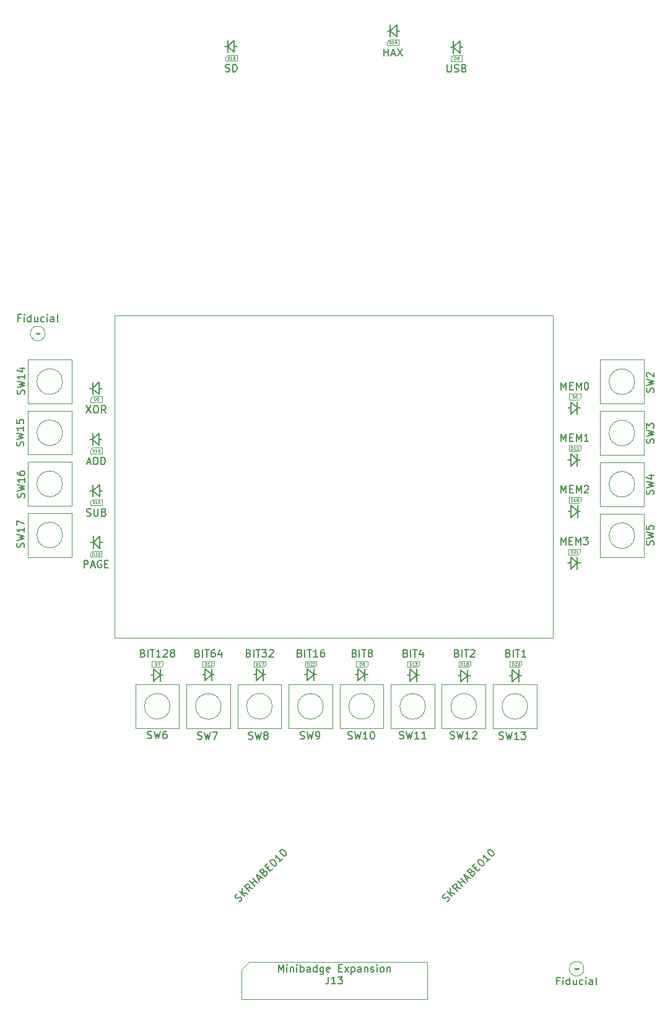
<source format=gbr>
G04 #@! TF.GenerationSoftware,KiCad,Pcbnew,(6.0.5)*
G04 #@! TF.CreationDate,2022-09-11T23:28:05-06:00*
G04 #@! TF.ProjectId,purplewizard,70757270-6c65-4776-997a-6172642e6b69,1.1*
G04 #@! TF.SameCoordinates,Original*
G04 #@! TF.FileFunction,AssemblyDrawing,Top*
%FSLAX46Y46*%
G04 Gerber Fmt 4.6, Leading zero omitted, Abs format (unit mm)*
G04 Created by KiCad (PCBNEW (6.0.5)) date 2022-09-11 23:28:05*
%MOMM*%
%LPD*%
G01*
G04 APERTURE LIST*
%ADD10C,0.150000*%
%ADD11C,0.040000*%
%ADD12C,0.060000*%
%ADD13C,0.100000*%
%ADD14C,0.120000*%
G04 APERTURE END LIST*
D10*
X123525600Y-124833600D02*
X123525600Y-126473600D01*
X123525600Y-126473600D02*
X124425600Y-125623600D01*
X124425600Y-125613600D02*
X123525600Y-124833600D01*
X123515600Y-125613600D02*
X123155600Y-125613600D01*
X124415600Y-125613600D02*
X124825600Y-125613600D01*
X124415600Y-124823600D02*
X124415600Y-126463600D01*
X131435600Y-124783600D02*
X131435600Y-126423600D01*
X130535600Y-125573600D02*
X130175600Y-125573600D01*
X130545600Y-126433600D02*
X131445600Y-125583600D01*
X131445600Y-125573600D02*
X130545600Y-124793600D01*
X130545600Y-124793600D02*
X130545600Y-126433600D01*
X131435600Y-125573600D02*
X131845600Y-125573600D01*
X138465600Y-125573600D02*
X138875600Y-125573600D01*
X138475600Y-125573600D02*
X137575600Y-124793600D01*
X137575600Y-124793600D02*
X137575600Y-126433600D01*
X137575600Y-126433600D02*
X138475600Y-125583600D01*
X138465600Y-124783600D02*
X138465600Y-126423600D01*
X137565600Y-125573600D02*
X137205600Y-125573600D01*
X144515600Y-124793600D02*
X144515600Y-126433600D01*
X144505600Y-125573600D02*
X144145600Y-125573600D01*
X144515600Y-126433600D02*
X145415600Y-125583600D01*
X145405600Y-124783600D02*
X145405600Y-126423600D01*
X145405600Y-125573600D02*
X145815600Y-125573600D01*
X145415600Y-125573600D02*
X144515600Y-124793600D01*
X152375600Y-125583600D02*
X152785600Y-125583600D01*
X151485600Y-126443600D02*
X152385600Y-125593600D01*
X152385600Y-125583600D02*
X151485600Y-124803600D01*
X151475600Y-125583600D02*
X151115600Y-125583600D01*
X152375600Y-124793600D02*
X152375600Y-126433600D01*
X151485600Y-124803600D02*
X151485600Y-126443600D01*
X159465600Y-125613600D02*
X159875600Y-125613600D01*
X158575600Y-126473600D02*
X159475600Y-125623600D01*
X159475600Y-125613600D02*
X158575600Y-124833600D01*
X158565600Y-125613600D02*
X158205600Y-125613600D01*
X159465600Y-124823600D02*
X159465600Y-126463600D01*
X158575600Y-124833600D02*
X158575600Y-126473600D01*
X166425600Y-125733600D02*
X165525600Y-124953600D01*
X165515600Y-125733600D02*
X165155600Y-125733600D01*
X166415600Y-125733600D02*
X166825600Y-125733600D01*
X166415600Y-124943600D02*
X166415600Y-126583600D01*
X165525600Y-124953600D02*
X165525600Y-126593600D01*
X165525600Y-126593600D02*
X166425600Y-125743600D01*
X172535600Y-125693600D02*
X172175600Y-125693600D01*
X173435600Y-125693600D02*
X173845600Y-125693600D01*
X173435600Y-124903600D02*
X173435600Y-126543600D01*
X173445600Y-125693600D02*
X172545600Y-124913600D01*
X172545600Y-126553600D02*
X173445600Y-125703600D01*
X172545600Y-124913600D02*
X172545600Y-126553600D01*
X180555600Y-111173600D02*
X181455600Y-110323600D01*
X181445600Y-110313600D02*
X181855600Y-110313600D01*
X181445600Y-109523600D02*
X181445600Y-111163600D01*
X180555600Y-109533600D02*
X180555600Y-111173600D01*
X181455600Y-110313600D02*
X180555600Y-109533600D01*
X180545600Y-110313600D02*
X180185600Y-110313600D01*
X180585600Y-104123600D02*
X181485600Y-103273600D01*
X181475600Y-102473600D02*
X181475600Y-104113600D01*
X180575600Y-103263600D02*
X180215600Y-103263600D01*
X180585600Y-102483600D02*
X180585600Y-104123600D01*
X181475600Y-103263600D02*
X181885600Y-103263600D01*
X181485600Y-103263600D02*
X180585600Y-102483600D01*
X180565600Y-97083600D02*
X181465600Y-96233600D01*
X181455600Y-96223600D02*
X181865600Y-96223600D01*
X181455600Y-95433600D02*
X181455600Y-97073600D01*
X180555600Y-96223600D02*
X180195600Y-96223600D01*
X181465600Y-96223600D02*
X180565600Y-95443600D01*
X180565600Y-95443600D02*
X180565600Y-97083600D01*
X180575600Y-88353600D02*
X180575600Y-89993600D01*
X180575600Y-89993600D02*
X181475600Y-89143600D01*
X181475600Y-89133600D02*
X180575600Y-88353600D01*
X181465600Y-89133600D02*
X181875600Y-89133600D01*
X181465600Y-88343600D02*
X181465600Y-89983600D01*
X180565600Y-89133600D02*
X180205600Y-89133600D01*
X164525600Y-40703600D02*
X164525600Y-39063600D01*
X164525600Y-39913600D02*
X164115600Y-39913600D01*
X164515600Y-39913600D02*
X165415600Y-40693600D01*
X165415600Y-40693600D02*
X165415600Y-39053600D01*
X165415600Y-39053600D02*
X164515600Y-39903600D01*
X165425600Y-39913600D02*
X165785600Y-39913600D01*
X155895600Y-38453600D02*
X155895600Y-36813600D01*
X156785600Y-36803600D02*
X155885600Y-37653600D01*
X155885600Y-37663600D02*
X156785600Y-38443600D01*
X155895600Y-37663600D02*
X155485600Y-37663600D01*
X156795600Y-37663600D02*
X157155600Y-37663600D01*
X156785600Y-38443600D02*
X156785600Y-36803600D01*
X133645600Y-40563600D02*
X133645600Y-38923600D01*
X134545600Y-39773600D02*
X134905600Y-39773600D01*
X134535600Y-38913600D02*
X133635600Y-39763600D01*
X133635600Y-39773600D02*
X134535600Y-40553600D01*
X134535600Y-40553600D02*
X134535600Y-38913600D01*
X133645600Y-39773600D02*
X133235600Y-39773600D01*
X116175600Y-107553600D02*
X116535600Y-107553600D01*
X115275600Y-108343600D02*
X115275600Y-106703600D01*
X115265600Y-107553600D02*
X116165600Y-108333600D01*
X116165600Y-106693600D02*
X115265600Y-107543600D01*
X115275600Y-107553600D02*
X114865600Y-107553600D01*
X116165600Y-108333600D02*
X116165600Y-106693600D01*
X116125600Y-100503600D02*
X116485600Y-100503600D01*
X115215600Y-100503600D02*
X116115600Y-101283600D01*
X115225600Y-100503600D02*
X114815600Y-100503600D01*
X115225600Y-101293600D02*
X115225600Y-99653600D01*
X116115600Y-99643600D02*
X115215600Y-100493600D01*
X116115600Y-101283600D02*
X116115600Y-99643600D01*
X115185600Y-94263600D02*
X115185600Y-92623600D01*
X116085600Y-93473600D02*
X116445600Y-93473600D01*
X116075600Y-92613600D02*
X115175600Y-93463600D01*
X115175600Y-93473600D02*
X116075600Y-94253600D01*
X116075600Y-94253600D02*
X116075600Y-92613600D01*
X115185600Y-93473600D02*
X114775600Y-93473600D01*
X115185600Y-86493600D02*
X114775600Y-86493600D01*
X115185600Y-87283600D02*
X115185600Y-85643600D01*
X116075600Y-87273600D02*
X116075600Y-85633600D01*
X116085600Y-86493600D02*
X116445600Y-86493600D01*
X116075600Y-85633600D02*
X115175600Y-86483600D01*
X115175600Y-86493600D02*
X116075600Y-87273600D01*
X105314647Y-76872171D02*
X104981314Y-76872171D01*
X104981314Y-77395980D02*
X104981314Y-76395980D01*
X105457504Y-76395980D01*
X105838457Y-77395980D02*
X105838457Y-76729314D01*
X105838457Y-76395980D02*
X105790838Y-76443600D01*
X105838457Y-76491219D01*
X105886076Y-76443600D01*
X105838457Y-76395980D01*
X105838457Y-76491219D01*
X106743219Y-77395980D02*
X106743219Y-76395980D01*
X106743219Y-77348361D02*
X106647980Y-77395980D01*
X106457504Y-77395980D01*
X106362266Y-77348361D01*
X106314647Y-77300742D01*
X106267028Y-77205504D01*
X106267028Y-76919790D01*
X106314647Y-76824552D01*
X106362266Y-76776933D01*
X106457504Y-76729314D01*
X106647980Y-76729314D01*
X106743219Y-76776933D01*
X107647980Y-76729314D02*
X107647980Y-77395980D01*
X107219409Y-76729314D02*
X107219409Y-77253123D01*
X107267028Y-77348361D01*
X107362266Y-77395980D01*
X107505123Y-77395980D01*
X107600361Y-77348361D01*
X107647980Y-77300742D01*
X108552742Y-77348361D02*
X108457504Y-77395980D01*
X108267028Y-77395980D01*
X108171790Y-77348361D01*
X108124171Y-77300742D01*
X108076552Y-77205504D01*
X108076552Y-76919790D01*
X108124171Y-76824552D01*
X108171790Y-76776933D01*
X108267028Y-76729314D01*
X108457504Y-76729314D01*
X108552742Y-76776933D01*
X108981314Y-77395980D02*
X108981314Y-76729314D01*
X108981314Y-76395980D02*
X108933695Y-76443600D01*
X108981314Y-76491219D01*
X109028933Y-76443600D01*
X108981314Y-76395980D01*
X108981314Y-76491219D01*
X109886076Y-77395980D02*
X109886076Y-76872171D01*
X109838457Y-76776933D01*
X109743219Y-76729314D01*
X109552742Y-76729314D01*
X109457504Y-76776933D01*
X109886076Y-77348361D02*
X109790838Y-77395980D01*
X109552742Y-77395980D01*
X109457504Y-77348361D01*
X109409885Y-77253123D01*
X109409885Y-77157885D01*
X109457504Y-77062647D01*
X109552742Y-77015028D01*
X109790838Y-77015028D01*
X109886076Y-76967409D01*
X110505123Y-77395980D02*
X110409885Y-77348361D01*
X110362266Y-77253123D01*
X110362266Y-76395980D01*
D11*
X107471314Y-78959314D02*
X107404647Y-78959314D01*
X107404647Y-79064076D02*
X107404647Y-78864076D01*
X107499885Y-78864076D01*
X107576076Y-79064076D02*
X107576076Y-78864076D01*
X107671314Y-79064076D02*
X107671314Y-78864076D01*
X107718933Y-78864076D01*
X107747504Y-78873600D01*
X107766552Y-78892647D01*
X107776076Y-78911695D01*
X107785600Y-78949790D01*
X107785600Y-78978361D01*
X107776076Y-79016457D01*
X107766552Y-79035504D01*
X107747504Y-79054552D01*
X107718933Y-79064076D01*
X107671314Y-79064076D01*
X107852266Y-78864076D02*
X107976076Y-78864076D01*
X107909409Y-78940266D01*
X107937980Y-78940266D01*
X107957028Y-78949790D01*
X107966552Y-78959314D01*
X107976076Y-78978361D01*
X107976076Y-79025980D01*
X107966552Y-79045028D01*
X107957028Y-79054552D01*
X107937980Y-79064076D01*
X107880838Y-79064076D01*
X107861790Y-79054552D01*
X107852266Y-79045028D01*
D10*
X178984647Y-167406671D02*
X178651314Y-167406671D01*
X178651314Y-167930480D02*
X178651314Y-166930480D01*
X179127504Y-166930480D01*
X179508457Y-167930480D02*
X179508457Y-167263814D01*
X179508457Y-166930480D02*
X179460838Y-166978100D01*
X179508457Y-167025719D01*
X179556076Y-166978100D01*
X179508457Y-166930480D01*
X179508457Y-167025719D01*
X180413219Y-167930480D02*
X180413219Y-166930480D01*
X180413219Y-167882861D02*
X180317980Y-167930480D01*
X180127504Y-167930480D01*
X180032266Y-167882861D01*
X179984647Y-167835242D01*
X179937028Y-167740004D01*
X179937028Y-167454290D01*
X179984647Y-167359052D01*
X180032266Y-167311433D01*
X180127504Y-167263814D01*
X180317980Y-167263814D01*
X180413219Y-167311433D01*
X181317980Y-167263814D02*
X181317980Y-167930480D01*
X180889409Y-167263814D02*
X180889409Y-167787623D01*
X180937028Y-167882861D01*
X181032266Y-167930480D01*
X181175123Y-167930480D01*
X181270361Y-167882861D01*
X181317980Y-167835242D01*
X182222742Y-167882861D02*
X182127504Y-167930480D01*
X181937028Y-167930480D01*
X181841790Y-167882861D01*
X181794171Y-167835242D01*
X181746552Y-167740004D01*
X181746552Y-167454290D01*
X181794171Y-167359052D01*
X181841790Y-167311433D01*
X181937028Y-167263814D01*
X182127504Y-167263814D01*
X182222742Y-167311433D01*
X182651314Y-167930480D02*
X182651314Y-167263814D01*
X182651314Y-166930480D02*
X182603695Y-166978100D01*
X182651314Y-167025719D01*
X182698933Y-166978100D01*
X182651314Y-166930480D01*
X182651314Y-167025719D01*
X183556076Y-167930480D02*
X183556076Y-167406671D01*
X183508457Y-167311433D01*
X183413219Y-167263814D01*
X183222742Y-167263814D01*
X183127504Y-167311433D01*
X183556076Y-167882861D02*
X183460838Y-167930480D01*
X183222742Y-167930480D01*
X183127504Y-167882861D01*
X183079885Y-167787623D01*
X183079885Y-167692385D01*
X183127504Y-167597147D01*
X183222742Y-167549528D01*
X183460838Y-167549528D01*
X183556076Y-167501909D01*
X184175123Y-167930480D02*
X184079885Y-167882861D01*
X184032266Y-167787623D01*
X184032266Y-166930480D01*
D11*
X181151314Y-165749314D02*
X181084647Y-165749314D01*
X181084647Y-165854076D02*
X181084647Y-165654076D01*
X181179885Y-165654076D01*
X181256076Y-165854076D02*
X181256076Y-165654076D01*
X181351314Y-165854076D02*
X181351314Y-165654076D01*
X181398933Y-165654076D01*
X181427504Y-165663600D01*
X181446552Y-165682647D01*
X181456076Y-165701695D01*
X181465600Y-165739790D01*
X181465600Y-165768361D01*
X181456076Y-165806457D01*
X181446552Y-165825504D01*
X181427504Y-165844552D01*
X181398933Y-165854076D01*
X181351314Y-165854076D01*
X181637028Y-165720742D02*
X181637028Y-165854076D01*
X181589409Y-165644552D02*
X181541790Y-165787409D01*
X181665600Y-165787409D01*
D10*
X114433504Y-96601132D02*
X114909695Y-96601132D01*
X114338266Y-96886846D02*
X114671600Y-95886846D01*
X115004933Y-96886846D01*
X115338266Y-96886846D02*
X115338266Y-95886846D01*
X115576361Y-95886846D01*
X115719219Y-95934466D01*
X115814457Y-96029704D01*
X115862076Y-96124942D01*
X115909695Y-96315418D01*
X115909695Y-96458275D01*
X115862076Y-96648751D01*
X115814457Y-96743989D01*
X115719219Y-96839227D01*
X115576361Y-96886846D01*
X115338266Y-96886846D01*
X116338266Y-96886846D02*
X116338266Y-95886846D01*
X116576361Y-95886846D01*
X116719219Y-95934466D01*
X116814457Y-96029704D01*
X116862076Y-96124942D01*
X116909695Y-96315418D01*
X116909695Y-96458275D01*
X116862076Y-96648751D01*
X116814457Y-96743989D01*
X116719219Y-96839227D01*
X116576361Y-96886846D01*
X116338266Y-96886846D01*
D12*
X115185885Y-95185418D02*
X115185885Y-94785418D01*
X115281123Y-94785418D01*
X115338266Y-94804466D01*
X115376361Y-94842561D01*
X115395409Y-94880656D01*
X115414457Y-94956846D01*
X115414457Y-95013989D01*
X115395409Y-95090180D01*
X115376361Y-95128275D01*
X115338266Y-95166370D01*
X115281123Y-95185418D01*
X115185885Y-95185418D01*
X115795409Y-95185418D02*
X115566838Y-95185418D01*
X115681123Y-95185418D02*
X115681123Y-94785418D01*
X115643028Y-94842561D01*
X115604933Y-94880656D01*
X115566838Y-94899704D01*
X116043028Y-94785418D02*
X116081123Y-94785418D01*
X116119219Y-94804466D01*
X116138266Y-94823513D01*
X116157314Y-94861608D01*
X116176361Y-94937799D01*
X116176361Y-95033037D01*
X116157314Y-95109227D01*
X116138266Y-95147323D01*
X116119219Y-95166370D01*
X116081123Y-95185418D01*
X116043028Y-95185418D01*
X116004933Y-95166370D01*
X115985885Y-95147323D01*
X115966838Y-95109227D01*
X115947790Y-95033037D01*
X115947790Y-94937799D01*
X115966838Y-94861608D01*
X115985885Y-94823513D01*
X116004933Y-94804466D01*
X116043028Y-94785418D01*
D10*
X114362076Y-103883493D02*
X114504933Y-103931112D01*
X114743028Y-103931112D01*
X114838266Y-103883493D01*
X114885885Y-103835874D01*
X114933504Y-103740636D01*
X114933504Y-103645398D01*
X114885885Y-103550160D01*
X114838266Y-103502541D01*
X114743028Y-103454922D01*
X114552552Y-103407303D01*
X114457314Y-103359684D01*
X114409695Y-103312065D01*
X114362076Y-103216827D01*
X114362076Y-103121589D01*
X114409695Y-103026351D01*
X114457314Y-102978732D01*
X114552552Y-102931112D01*
X114790647Y-102931112D01*
X114933504Y-102978732D01*
X115362076Y-102931112D02*
X115362076Y-103740636D01*
X115409695Y-103835874D01*
X115457314Y-103883493D01*
X115552552Y-103931112D01*
X115743028Y-103931112D01*
X115838266Y-103883493D01*
X115885885Y-103835874D01*
X115933504Y-103740636D01*
X115933504Y-102931112D01*
X116743028Y-103407303D02*
X116885885Y-103454922D01*
X116933504Y-103502541D01*
X116981123Y-103597779D01*
X116981123Y-103740636D01*
X116933504Y-103835874D01*
X116885885Y-103883493D01*
X116790647Y-103931112D01*
X116409695Y-103931112D01*
X116409695Y-102931112D01*
X116743028Y-102931112D01*
X116838266Y-102978732D01*
X116885885Y-103026351D01*
X116933504Y-103121589D01*
X116933504Y-103216827D01*
X116885885Y-103312065D01*
X116838266Y-103359684D01*
X116743028Y-103407303D01*
X116409695Y-103407303D01*
D12*
X115185885Y-102229684D02*
X115185885Y-101829684D01*
X115281123Y-101829684D01*
X115338266Y-101848732D01*
X115376361Y-101886827D01*
X115395409Y-101924922D01*
X115414457Y-102001112D01*
X115414457Y-102058255D01*
X115395409Y-102134446D01*
X115376361Y-102172541D01*
X115338266Y-102210636D01*
X115281123Y-102229684D01*
X115185885Y-102229684D01*
X115795409Y-102229684D02*
X115566838Y-102229684D01*
X115681123Y-102229684D02*
X115681123Y-101829684D01*
X115643028Y-101886827D01*
X115604933Y-101924922D01*
X115566838Y-101943970D01*
X116157314Y-101829684D02*
X115966838Y-101829684D01*
X115947790Y-102020160D01*
X115966838Y-102001112D01*
X116004933Y-101982065D01*
X116100171Y-101982065D01*
X116138266Y-102001112D01*
X116157314Y-102020160D01*
X116176361Y-102058255D01*
X116176361Y-102153493D01*
X116157314Y-102191589D01*
X116138266Y-102210636D01*
X116100171Y-102229684D01*
X116004933Y-102229684D01*
X115966838Y-102210636D01*
X115947790Y-102191589D01*
D10*
X179268666Y-100774780D02*
X179268666Y-99774780D01*
X179602000Y-100489066D01*
X179935333Y-99774780D01*
X179935333Y-100774780D01*
X180411523Y-100250971D02*
X180744857Y-100250971D01*
X180887714Y-100774780D02*
X180411523Y-100774780D01*
X180411523Y-99774780D01*
X180887714Y-99774780D01*
X181316285Y-100774780D02*
X181316285Y-99774780D01*
X181649619Y-100489066D01*
X181982952Y-99774780D01*
X181982952Y-100774780D01*
X182411523Y-99870019D02*
X182459142Y-99822400D01*
X182554380Y-99774780D01*
X182792476Y-99774780D01*
X182887714Y-99822400D01*
X182935333Y-99870019D01*
X182982952Y-99965257D01*
X182982952Y-100060495D01*
X182935333Y-100203352D01*
X182363904Y-100774780D01*
X182982952Y-100774780D01*
D12*
X180616285Y-101933352D02*
X180616285Y-101533352D01*
X180711523Y-101533352D01*
X180768666Y-101552400D01*
X180806761Y-101590495D01*
X180825809Y-101628590D01*
X180844857Y-101704780D01*
X180844857Y-101761923D01*
X180825809Y-101838114D01*
X180806761Y-101876209D01*
X180768666Y-101914304D01*
X180711523Y-101933352D01*
X180616285Y-101933352D01*
X181225809Y-101933352D02*
X180997238Y-101933352D01*
X181111523Y-101933352D02*
X181111523Y-101533352D01*
X181073428Y-101590495D01*
X181035333Y-101628590D01*
X180997238Y-101647638D01*
X181568666Y-101533352D02*
X181492476Y-101533352D01*
X181454380Y-101552400D01*
X181435333Y-101571447D01*
X181397238Y-101628590D01*
X181378190Y-101704780D01*
X181378190Y-101857161D01*
X181397238Y-101895257D01*
X181416285Y-101914304D01*
X181454380Y-101933352D01*
X181530571Y-101933352D01*
X181568666Y-101914304D01*
X181587714Y-101895257D01*
X181606761Y-101857161D01*
X181606761Y-101761923D01*
X181587714Y-101723828D01*
X181568666Y-101704780D01*
X181530571Y-101685733D01*
X181454380Y-101685733D01*
X181416285Y-101704780D01*
X181397238Y-101723828D01*
X181378190Y-101761923D01*
D10*
X136527228Y-122653771D02*
X136670085Y-122701390D01*
X136717704Y-122749009D01*
X136765323Y-122844247D01*
X136765323Y-122987104D01*
X136717704Y-123082342D01*
X136670085Y-123129961D01*
X136574847Y-123177580D01*
X136193894Y-123177580D01*
X136193894Y-122177580D01*
X136527228Y-122177580D01*
X136622466Y-122225200D01*
X136670085Y-122272819D01*
X136717704Y-122368057D01*
X136717704Y-122463295D01*
X136670085Y-122558533D01*
X136622466Y-122606152D01*
X136527228Y-122653771D01*
X136193894Y-122653771D01*
X137193894Y-123177580D02*
X137193894Y-122177580D01*
X137527228Y-122177580D02*
X138098656Y-122177580D01*
X137812942Y-123177580D02*
X137812942Y-122177580D01*
X138336751Y-122177580D02*
X138955799Y-122177580D01*
X138622466Y-122558533D01*
X138765323Y-122558533D01*
X138860561Y-122606152D01*
X138908180Y-122653771D01*
X138955799Y-122749009D01*
X138955799Y-122987104D01*
X138908180Y-123082342D01*
X138860561Y-123129961D01*
X138765323Y-123177580D01*
X138479608Y-123177580D01*
X138384370Y-123129961D01*
X138336751Y-123082342D01*
X139336751Y-122272819D02*
X139384370Y-122225200D01*
X139479608Y-122177580D01*
X139717704Y-122177580D01*
X139812942Y-122225200D01*
X139860561Y-122272819D01*
X139908180Y-122368057D01*
X139908180Y-122463295D01*
X139860561Y-122606152D01*
X139289132Y-123177580D01*
X139908180Y-123177580D01*
D12*
X137541513Y-124336152D02*
X137541513Y-123936152D01*
X137636751Y-123936152D01*
X137693894Y-123955200D01*
X137731989Y-123993295D01*
X137751037Y-124031390D01*
X137770085Y-124107580D01*
X137770085Y-124164723D01*
X137751037Y-124240914D01*
X137731989Y-124279009D01*
X137693894Y-124317104D01*
X137636751Y-124336152D01*
X137541513Y-124336152D01*
X138151037Y-124336152D02*
X137922466Y-124336152D01*
X138036751Y-124336152D02*
X138036751Y-123936152D01*
X137998656Y-123993295D01*
X137960561Y-124031390D01*
X137922466Y-124050438D01*
X138284370Y-123936152D02*
X138551037Y-123936152D01*
X138379608Y-124336152D01*
D10*
X133339885Y-43178361D02*
X133482742Y-43225980D01*
X133720838Y-43225980D01*
X133816076Y-43178361D01*
X133863695Y-43130742D01*
X133911314Y-43035504D01*
X133911314Y-42940266D01*
X133863695Y-42845028D01*
X133816076Y-42797409D01*
X133720838Y-42749790D01*
X133530361Y-42702171D01*
X133435123Y-42654552D01*
X133387504Y-42606933D01*
X133339885Y-42511695D01*
X133339885Y-42416457D01*
X133387504Y-42321219D01*
X133435123Y-42273600D01*
X133530361Y-42225980D01*
X133768457Y-42225980D01*
X133911314Y-42273600D01*
X134339885Y-43225980D02*
X134339885Y-42225980D01*
X134577980Y-42225980D01*
X134720838Y-42273600D01*
X134816076Y-42368838D01*
X134863695Y-42464076D01*
X134911314Y-42654552D01*
X134911314Y-42797409D01*
X134863695Y-42987885D01*
X134816076Y-43083123D01*
X134720838Y-43178361D01*
X134577980Y-43225980D01*
X134339885Y-43225980D01*
D12*
X133639885Y-41524552D02*
X133639885Y-41124552D01*
X133735123Y-41124552D01*
X133792266Y-41143600D01*
X133830361Y-41181695D01*
X133849409Y-41219790D01*
X133868457Y-41295980D01*
X133868457Y-41353123D01*
X133849409Y-41429314D01*
X133830361Y-41467409D01*
X133792266Y-41505504D01*
X133735123Y-41524552D01*
X133639885Y-41524552D01*
X134249409Y-41524552D02*
X134020838Y-41524552D01*
X134135123Y-41524552D02*
X134135123Y-41124552D01*
X134097028Y-41181695D01*
X134058933Y-41219790D01*
X134020838Y-41238838D01*
X134439885Y-41524552D02*
X134516076Y-41524552D01*
X134554171Y-41505504D01*
X134573219Y-41486457D01*
X134611314Y-41429314D01*
X134630361Y-41353123D01*
X134630361Y-41200742D01*
X134611314Y-41162647D01*
X134592266Y-41143600D01*
X134554171Y-41124552D01*
X134477980Y-41124552D01*
X134439885Y-41143600D01*
X134420838Y-41162647D01*
X134401790Y-41200742D01*
X134401790Y-41295980D01*
X134420838Y-41334076D01*
X134439885Y-41353123D01*
X134477980Y-41372171D01*
X134554171Y-41372171D01*
X134592266Y-41353123D01*
X134611314Y-41334076D01*
X134630361Y-41295980D01*
D10*
X114003342Y-110975380D02*
X114003342Y-109975380D01*
X114384295Y-109975380D01*
X114479533Y-110023000D01*
X114527152Y-110070619D01*
X114574771Y-110165857D01*
X114574771Y-110308714D01*
X114527152Y-110403952D01*
X114479533Y-110451571D01*
X114384295Y-110499190D01*
X114003342Y-110499190D01*
X114955723Y-110689666D02*
X115431914Y-110689666D01*
X114860485Y-110975380D02*
X115193819Y-109975380D01*
X115527152Y-110975380D01*
X116384295Y-110023000D02*
X116289057Y-109975380D01*
X116146200Y-109975380D01*
X116003342Y-110023000D01*
X115908104Y-110118238D01*
X115860485Y-110213476D01*
X115812866Y-110403952D01*
X115812866Y-110546809D01*
X115860485Y-110737285D01*
X115908104Y-110832523D01*
X116003342Y-110927761D01*
X116146200Y-110975380D01*
X116241438Y-110975380D01*
X116384295Y-110927761D01*
X116431914Y-110880142D01*
X116431914Y-110546809D01*
X116241438Y-110546809D01*
X116860485Y-110451571D02*
X117193819Y-110451571D01*
X117336676Y-110975380D02*
X116860485Y-110975380D01*
X116860485Y-109975380D01*
X117336676Y-109975380D01*
D12*
X115160485Y-109273952D02*
X115160485Y-108873952D01*
X115255723Y-108873952D01*
X115312866Y-108893000D01*
X115350961Y-108931095D01*
X115370009Y-108969190D01*
X115389057Y-109045380D01*
X115389057Y-109102523D01*
X115370009Y-109178714D01*
X115350961Y-109216809D01*
X115312866Y-109254904D01*
X115255723Y-109273952D01*
X115160485Y-109273952D01*
X115541438Y-108912047D02*
X115560485Y-108893000D01*
X115598580Y-108873952D01*
X115693819Y-108873952D01*
X115731914Y-108893000D01*
X115750961Y-108912047D01*
X115770009Y-108950142D01*
X115770009Y-108988238D01*
X115750961Y-109045380D01*
X115522390Y-109273952D01*
X115770009Y-109273952D01*
X116017628Y-108873952D02*
X116055723Y-108873952D01*
X116093819Y-108893000D01*
X116112866Y-108912047D01*
X116131914Y-108950142D01*
X116150961Y-109026333D01*
X116150961Y-109121571D01*
X116131914Y-109197761D01*
X116112866Y-109235857D01*
X116093819Y-109254904D01*
X116055723Y-109273952D01*
X116017628Y-109273952D01*
X115979533Y-109254904D01*
X115960485Y-109235857D01*
X115941438Y-109197761D01*
X115922390Y-109121571D01*
X115922390Y-109026333D01*
X115941438Y-108950142D01*
X115960485Y-108912047D01*
X115979533Y-108893000D01*
X116017628Y-108873952D01*
D10*
X163653695Y-42285980D02*
X163653695Y-43095504D01*
X163701314Y-43190742D01*
X163748933Y-43238361D01*
X163844171Y-43285980D01*
X164034647Y-43285980D01*
X164129885Y-43238361D01*
X164177504Y-43190742D01*
X164225123Y-43095504D01*
X164225123Y-42285980D01*
X164653695Y-43238361D02*
X164796552Y-43285980D01*
X165034647Y-43285980D01*
X165129885Y-43238361D01*
X165177504Y-43190742D01*
X165225123Y-43095504D01*
X165225123Y-43000266D01*
X165177504Y-42905028D01*
X165129885Y-42857409D01*
X165034647Y-42809790D01*
X164844171Y-42762171D01*
X164748933Y-42714552D01*
X164701314Y-42666933D01*
X164653695Y-42571695D01*
X164653695Y-42476457D01*
X164701314Y-42381219D01*
X164748933Y-42333600D01*
X164844171Y-42285980D01*
X165082266Y-42285980D01*
X165225123Y-42333600D01*
X165987028Y-42762171D02*
X166129885Y-42809790D01*
X166177504Y-42857409D01*
X166225123Y-42952647D01*
X166225123Y-43095504D01*
X166177504Y-43190742D01*
X166129885Y-43238361D01*
X166034647Y-43285980D01*
X165653695Y-43285980D01*
X165653695Y-42285980D01*
X165987028Y-42285980D01*
X166082266Y-42333600D01*
X166129885Y-42381219D01*
X166177504Y-42476457D01*
X166177504Y-42571695D01*
X166129885Y-42666933D01*
X166082266Y-42714552D01*
X165987028Y-42762171D01*
X165653695Y-42762171D01*
D12*
X164620361Y-41584552D02*
X164620361Y-41184552D01*
X164715600Y-41184552D01*
X164772742Y-41203600D01*
X164810838Y-41241695D01*
X164829885Y-41279790D01*
X164848933Y-41355980D01*
X164848933Y-41413123D01*
X164829885Y-41489314D01*
X164810838Y-41527409D01*
X164772742Y-41565504D01*
X164715600Y-41584552D01*
X164620361Y-41584552D01*
X165039409Y-41584552D02*
X165115600Y-41584552D01*
X165153695Y-41565504D01*
X165172742Y-41546457D01*
X165210838Y-41489314D01*
X165229885Y-41413123D01*
X165229885Y-41260742D01*
X165210838Y-41222647D01*
X165191790Y-41203600D01*
X165153695Y-41184552D01*
X165077504Y-41184552D01*
X165039409Y-41203600D01*
X165020361Y-41222647D01*
X165001314Y-41260742D01*
X165001314Y-41355980D01*
X165020361Y-41394076D01*
X165039409Y-41413123D01*
X165077504Y-41432171D01*
X165153695Y-41432171D01*
X165191790Y-41413123D01*
X165210838Y-41394076D01*
X165229885Y-41355980D01*
D10*
X114314457Y-88842580D02*
X114981123Y-89842580D01*
X114981123Y-88842580D02*
X114314457Y-89842580D01*
X115552552Y-88842580D02*
X115743028Y-88842580D01*
X115838266Y-88890200D01*
X115933504Y-88985438D01*
X115981123Y-89175914D01*
X115981123Y-89509247D01*
X115933504Y-89699723D01*
X115838266Y-89794961D01*
X115743028Y-89842580D01*
X115552552Y-89842580D01*
X115457314Y-89794961D01*
X115362076Y-89699723D01*
X115314457Y-89509247D01*
X115314457Y-89175914D01*
X115362076Y-88985438D01*
X115457314Y-88890200D01*
X115552552Y-88842580D01*
X116981123Y-89842580D02*
X116647790Y-89366390D01*
X116409695Y-89842580D02*
X116409695Y-88842580D01*
X116790647Y-88842580D01*
X116885885Y-88890200D01*
X116933504Y-88937819D01*
X116981123Y-89033057D01*
X116981123Y-89175914D01*
X116933504Y-89271152D01*
X116885885Y-89318771D01*
X116790647Y-89366390D01*
X116409695Y-89366390D01*
D12*
X115376361Y-88141152D02*
X115376361Y-87741152D01*
X115471600Y-87741152D01*
X115528742Y-87760200D01*
X115566838Y-87798295D01*
X115585885Y-87836390D01*
X115604933Y-87912580D01*
X115604933Y-87969723D01*
X115585885Y-88045914D01*
X115566838Y-88084009D01*
X115528742Y-88122104D01*
X115471600Y-88141152D01*
X115376361Y-88141152D01*
X115966838Y-87741152D02*
X115776361Y-87741152D01*
X115757314Y-87931628D01*
X115776361Y-87912580D01*
X115814457Y-87893533D01*
X115909695Y-87893533D01*
X115947790Y-87912580D01*
X115966838Y-87931628D01*
X115985885Y-87969723D01*
X115985885Y-88064961D01*
X115966838Y-88103057D01*
X115947790Y-88122104D01*
X115909695Y-88141152D01*
X115814457Y-88141152D01*
X115776361Y-88122104D01*
X115757314Y-88103057D01*
D10*
X129527714Y-122653771D02*
X129670571Y-122701390D01*
X129718190Y-122749009D01*
X129765809Y-122844247D01*
X129765809Y-122987104D01*
X129718190Y-123082342D01*
X129670571Y-123129961D01*
X129575333Y-123177580D01*
X129194380Y-123177580D01*
X129194380Y-122177580D01*
X129527714Y-122177580D01*
X129622952Y-122225200D01*
X129670571Y-122272819D01*
X129718190Y-122368057D01*
X129718190Y-122463295D01*
X129670571Y-122558533D01*
X129622952Y-122606152D01*
X129527714Y-122653771D01*
X129194380Y-122653771D01*
X130194380Y-123177580D02*
X130194380Y-122177580D01*
X130527714Y-122177580D02*
X131099142Y-122177580D01*
X130813428Y-123177580D02*
X130813428Y-122177580D01*
X131861047Y-122177580D02*
X131670571Y-122177580D01*
X131575333Y-122225200D01*
X131527714Y-122272819D01*
X131432475Y-122415676D01*
X131384856Y-122606152D01*
X131384856Y-122987104D01*
X131432475Y-123082342D01*
X131480094Y-123129961D01*
X131575333Y-123177580D01*
X131765809Y-123177580D01*
X131861047Y-123129961D01*
X131908666Y-123082342D01*
X131956285Y-122987104D01*
X131956285Y-122749009D01*
X131908666Y-122653771D01*
X131861047Y-122606152D01*
X131765809Y-122558533D01*
X131575333Y-122558533D01*
X131480094Y-122606152D01*
X131432475Y-122653771D01*
X131384856Y-122749009D01*
X132813428Y-122510914D02*
X132813428Y-123177580D01*
X132575333Y-122129961D02*
X132337237Y-122844247D01*
X132956285Y-122844247D01*
D12*
X130541999Y-124336152D02*
X130541999Y-123936152D01*
X130637237Y-123936152D01*
X130694380Y-123955200D01*
X130732475Y-123993295D01*
X130751523Y-124031390D01*
X130770571Y-124107580D01*
X130770571Y-124164723D01*
X130751523Y-124240914D01*
X130732475Y-124279009D01*
X130694380Y-124317104D01*
X130637237Y-124336152D01*
X130541999Y-124336152D01*
X131151523Y-124336152D02*
X130922952Y-124336152D01*
X131037237Y-124336152D02*
X131037237Y-123936152D01*
X130999142Y-123993295D01*
X130961047Y-124031390D01*
X130922952Y-124050438D01*
X131303904Y-123974247D02*
X131322952Y-123955200D01*
X131361047Y-123936152D01*
X131456285Y-123936152D01*
X131494380Y-123955200D01*
X131513428Y-123974247D01*
X131532475Y-124012342D01*
X131532475Y-124050438D01*
X131513428Y-124107580D01*
X131284856Y-124336152D01*
X131532475Y-124336152D01*
D10*
X165001474Y-122653771D02*
X165144331Y-122701390D01*
X165191950Y-122749009D01*
X165239569Y-122844247D01*
X165239569Y-122987104D01*
X165191950Y-123082342D01*
X165144331Y-123129961D01*
X165049093Y-123177580D01*
X164668141Y-123177580D01*
X164668141Y-122177580D01*
X165001474Y-122177580D01*
X165096712Y-122225200D01*
X165144331Y-122272819D01*
X165191950Y-122368057D01*
X165191950Y-122463295D01*
X165144331Y-122558533D01*
X165096712Y-122606152D01*
X165001474Y-122653771D01*
X164668141Y-122653771D01*
X165668141Y-123177580D02*
X165668141Y-122177580D01*
X166001474Y-122177580D02*
X166572903Y-122177580D01*
X166287188Y-123177580D02*
X166287188Y-122177580D01*
X166858617Y-122272819D02*
X166906236Y-122225200D01*
X167001474Y-122177580D01*
X167239569Y-122177580D01*
X167334807Y-122225200D01*
X167382426Y-122272819D01*
X167430045Y-122368057D01*
X167430045Y-122463295D01*
X167382426Y-122606152D01*
X166810998Y-123177580D01*
X167430045Y-123177580D01*
D12*
X165539569Y-124336152D02*
X165539569Y-123936152D01*
X165634807Y-123936152D01*
X165691950Y-123955200D01*
X165730045Y-123993295D01*
X165749093Y-124031390D01*
X165768141Y-124107580D01*
X165768141Y-124164723D01*
X165749093Y-124240914D01*
X165730045Y-124279009D01*
X165691950Y-124317104D01*
X165634807Y-124336152D01*
X165539569Y-124336152D01*
X166149093Y-124336152D02*
X165920522Y-124336152D01*
X166034807Y-124336152D02*
X166034807Y-123936152D01*
X165996712Y-123993295D01*
X165958617Y-124031390D01*
X165920522Y-124050438D01*
X166377664Y-124107580D02*
X166339569Y-124088533D01*
X166320522Y-124069485D01*
X166301474Y-124031390D01*
X166301474Y-124012342D01*
X166320522Y-123974247D01*
X166339569Y-123955200D01*
X166377664Y-123936152D01*
X166453855Y-123936152D01*
X166491950Y-123955200D01*
X166510998Y-123974247D01*
X166530045Y-124012342D01*
X166530045Y-124031390D01*
X166510998Y-124069485D01*
X166491950Y-124088533D01*
X166453855Y-124107580D01*
X166377664Y-124107580D01*
X166339569Y-124126628D01*
X166320522Y-124145676D01*
X166301474Y-124183771D01*
X166301474Y-124259961D01*
X166320522Y-124298057D01*
X166339569Y-124317104D01*
X166377664Y-124336152D01*
X166453855Y-124336152D01*
X166491950Y-124317104D01*
X166510998Y-124298057D01*
X166530045Y-124259961D01*
X166530045Y-124183771D01*
X166510998Y-124145676D01*
X166491950Y-124126628D01*
X166453855Y-124107580D01*
D10*
X151002446Y-122653771D02*
X151145303Y-122701390D01*
X151192922Y-122749009D01*
X151240541Y-122844247D01*
X151240541Y-122987104D01*
X151192922Y-123082342D01*
X151145303Y-123129961D01*
X151050065Y-123177580D01*
X150669113Y-123177580D01*
X150669113Y-122177580D01*
X151002446Y-122177580D01*
X151097684Y-122225200D01*
X151145303Y-122272819D01*
X151192922Y-122368057D01*
X151192922Y-122463295D01*
X151145303Y-122558533D01*
X151097684Y-122606152D01*
X151002446Y-122653771D01*
X150669113Y-122653771D01*
X151669113Y-123177580D02*
X151669113Y-122177580D01*
X152002446Y-122177580D02*
X152573875Y-122177580D01*
X152288160Y-123177580D02*
X152288160Y-122177580D01*
X153050065Y-122606152D02*
X152954827Y-122558533D01*
X152907208Y-122510914D01*
X152859589Y-122415676D01*
X152859589Y-122368057D01*
X152907208Y-122272819D01*
X152954827Y-122225200D01*
X153050065Y-122177580D01*
X153240541Y-122177580D01*
X153335779Y-122225200D01*
X153383398Y-122272819D01*
X153431017Y-122368057D01*
X153431017Y-122415676D01*
X153383398Y-122510914D01*
X153335779Y-122558533D01*
X153240541Y-122606152D01*
X153050065Y-122606152D01*
X152954827Y-122653771D01*
X152907208Y-122701390D01*
X152859589Y-122796628D01*
X152859589Y-122987104D01*
X152907208Y-123082342D01*
X152954827Y-123129961D01*
X153050065Y-123177580D01*
X153240541Y-123177580D01*
X153335779Y-123129961D01*
X153383398Y-123082342D01*
X153431017Y-122987104D01*
X153431017Y-122796628D01*
X153383398Y-122701390D01*
X153335779Y-122653771D01*
X153240541Y-122606152D01*
D12*
X151731017Y-124336152D02*
X151731017Y-123936152D01*
X151826256Y-123936152D01*
X151883398Y-123955200D01*
X151921494Y-123993295D01*
X151940541Y-124031390D01*
X151959589Y-124107580D01*
X151959589Y-124164723D01*
X151940541Y-124240914D01*
X151921494Y-124279009D01*
X151883398Y-124317104D01*
X151826256Y-124336152D01*
X151731017Y-124336152D01*
X152188160Y-124107580D02*
X152150065Y-124088533D01*
X152131017Y-124069485D01*
X152111970Y-124031390D01*
X152111970Y-124012342D01*
X152131017Y-123974247D01*
X152150065Y-123955200D01*
X152188160Y-123936152D01*
X152264351Y-123936152D01*
X152302446Y-123955200D01*
X152321494Y-123974247D01*
X152340541Y-124012342D01*
X152340541Y-124031390D01*
X152321494Y-124069485D01*
X152302446Y-124088533D01*
X152264351Y-124107580D01*
X152188160Y-124107580D01*
X152150065Y-124126628D01*
X152131017Y-124145676D01*
X152111970Y-124183771D01*
X152111970Y-124259961D01*
X152131017Y-124298057D01*
X152150065Y-124317104D01*
X152188160Y-124336152D01*
X152264351Y-124336152D01*
X152302446Y-124317104D01*
X152321494Y-124298057D01*
X152340541Y-124259961D01*
X152340541Y-124183771D01*
X152321494Y-124145676D01*
X152302446Y-124126628D01*
X152264351Y-124107580D01*
D10*
X122052009Y-122653771D02*
X122194866Y-122701390D01*
X122242485Y-122749009D01*
X122290104Y-122844247D01*
X122290104Y-122987104D01*
X122242485Y-123082342D01*
X122194866Y-123129961D01*
X122099628Y-123177580D01*
X121718676Y-123177580D01*
X121718676Y-122177580D01*
X122052009Y-122177580D01*
X122147247Y-122225200D01*
X122194866Y-122272819D01*
X122242485Y-122368057D01*
X122242485Y-122463295D01*
X122194866Y-122558533D01*
X122147247Y-122606152D01*
X122052009Y-122653771D01*
X121718676Y-122653771D01*
X122718676Y-123177580D02*
X122718676Y-122177580D01*
X123052009Y-122177580D02*
X123623438Y-122177580D01*
X123337723Y-123177580D02*
X123337723Y-122177580D01*
X124480580Y-123177580D02*
X123909152Y-123177580D01*
X124194866Y-123177580D02*
X124194866Y-122177580D01*
X124099628Y-122320438D01*
X124004390Y-122415676D01*
X123909152Y-122463295D01*
X124861533Y-122272819D02*
X124909152Y-122225200D01*
X125004390Y-122177580D01*
X125242485Y-122177580D01*
X125337723Y-122225200D01*
X125385342Y-122272819D01*
X125432961Y-122368057D01*
X125432961Y-122463295D01*
X125385342Y-122606152D01*
X124813914Y-123177580D01*
X125432961Y-123177580D01*
X126004390Y-122606152D02*
X125909152Y-122558533D01*
X125861533Y-122510914D01*
X125813914Y-122415676D01*
X125813914Y-122368057D01*
X125861533Y-122272819D01*
X125909152Y-122225200D01*
X126004390Y-122177580D01*
X126194866Y-122177580D01*
X126290104Y-122225200D01*
X126337723Y-122272819D01*
X126385342Y-122368057D01*
X126385342Y-122415676D01*
X126337723Y-122510914D01*
X126290104Y-122558533D01*
X126194866Y-122606152D01*
X126004390Y-122606152D01*
X125909152Y-122653771D01*
X125861533Y-122701390D01*
X125813914Y-122796628D01*
X125813914Y-122987104D01*
X125861533Y-123082342D01*
X125909152Y-123129961D01*
X126004390Y-123177580D01*
X126194866Y-123177580D01*
X126290104Y-123129961D01*
X126337723Y-123082342D01*
X126385342Y-122987104D01*
X126385342Y-122796628D01*
X126337723Y-122701390D01*
X126290104Y-122653771D01*
X126194866Y-122606152D01*
D12*
X123732961Y-124336152D02*
X123732961Y-123936152D01*
X123828200Y-123936152D01*
X123885342Y-123955200D01*
X123923438Y-123993295D01*
X123942485Y-124031390D01*
X123961533Y-124107580D01*
X123961533Y-124164723D01*
X123942485Y-124240914D01*
X123923438Y-124279009D01*
X123885342Y-124317104D01*
X123828200Y-124336152D01*
X123732961Y-124336152D01*
X124094866Y-123936152D02*
X124361533Y-123936152D01*
X124190104Y-124336152D01*
D10*
X179268666Y-93713580D02*
X179268666Y-92713580D01*
X179602000Y-93427866D01*
X179935333Y-92713580D01*
X179935333Y-93713580D01*
X180411523Y-93189771D02*
X180744857Y-93189771D01*
X180887714Y-93713580D02*
X180411523Y-93713580D01*
X180411523Y-92713580D01*
X180887714Y-92713580D01*
X181316285Y-93713580D02*
X181316285Y-92713580D01*
X181649619Y-93427866D01*
X181982952Y-92713580D01*
X181982952Y-93713580D01*
X182982952Y-93713580D02*
X182411523Y-93713580D01*
X182697238Y-93713580D02*
X182697238Y-92713580D01*
X182602000Y-92856438D01*
X182506761Y-92951676D01*
X182411523Y-92999295D01*
D12*
X180616285Y-94872152D02*
X180616285Y-94472152D01*
X180711523Y-94472152D01*
X180768666Y-94491200D01*
X180806761Y-94529295D01*
X180825809Y-94567390D01*
X180844857Y-94643580D01*
X180844857Y-94700723D01*
X180825809Y-94776914D01*
X180806761Y-94815009D01*
X180768666Y-94853104D01*
X180711523Y-94872152D01*
X180616285Y-94872152D01*
X181225809Y-94872152D02*
X180997238Y-94872152D01*
X181111523Y-94872152D02*
X181111523Y-94472152D01*
X181073428Y-94529295D01*
X181035333Y-94567390D01*
X180997238Y-94586438D01*
X181606761Y-94872152D02*
X181378190Y-94872152D01*
X181492476Y-94872152D02*
X181492476Y-94472152D01*
X181454380Y-94529295D01*
X181416285Y-94567390D01*
X181378190Y-94586438D01*
D10*
X158001960Y-122653771D02*
X158144817Y-122701390D01*
X158192436Y-122749009D01*
X158240055Y-122844247D01*
X158240055Y-122987104D01*
X158192436Y-123082342D01*
X158144817Y-123129961D01*
X158049579Y-123177580D01*
X157668627Y-123177580D01*
X157668627Y-122177580D01*
X158001960Y-122177580D01*
X158097198Y-122225200D01*
X158144817Y-122272819D01*
X158192436Y-122368057D01*
X158192436Y-122463295D01*
X158144817Y-122558533D01*
X158097198Y-122606152D01*
X158001960Y-122653771D01*
X157668627Y-122653771D01*
X158668627Y-123177580D02*
X158668627Y-122177580D01*
X159001960Y-122177580D02*
X159573389Y-122177580D01*
X159287674Y-123177580D02*
X159287674Y-122177580D01*
X160335293Y-122510914D02*
X160335293Y-123177580D01*
X160097198Y-122129961D02*
X159859103Y-122844247D01*
X160478150Y-122844247D01*
D12*
X158540055Y-124336152D02*
X158540055Y-123936152D01*
X158635293Y-123936152D01*
X158692436Y-123955200D01*
X158730531Y-123993295D01*
X158749579Y-124031390D01*
X158768627Y-124107580D01*
X158768627Y-124164723D01*
X158749579Y-124240914D01*
X158730531Y-124279009D01*
X158692436Y-124317104D01*
X158635293Y-124336152D01*
X158540055Y-124336152D01*
X159149579Y-124336152D02*
X158921008Y-124336152D01*
X159035293Y-124336152D02*
X159035293Y-123936152D01*
X158997198Y-123993295D01*
X158959103Y-124031390D01*
X158921008Y-124050438D01*
X159282912Y-123936152D02*
X159530531Y-123936152D01*
X159397198Y-124088533D01*
X159454341Y-124088533D01*
X159492436Y-124107580D01*
X159511484Y-124126628D01*
X159530531Y-124164723D01*
X159530531Y-124259961D01*
X159511484Y-124298057D01*
X159492436Y-124317104D01*
X159454341Y-124336152D01*
X159340055Y-124336152D01*
X159301960Y-124317104D01*
X159282912Y-124298057D01*
D10*
X179268666Y-86652380D02*
X179268666Y-85652380D01*
X179602000Y-86366666D01*
X179935333Y-85652380D01*
X179935333Y-86652380D01*
X180411523Y-86128571D02*
X180744857Y-86128571D01*
X180887714Y-86652380D02*
X180411523Y-86652380D01*
X180411523Y-85652380D01*
X180887714Y-85652380D01*
X181316285Y-86652380D02*
X181316285Y-85652380D01*
X181649619Y-86366666D01*
X181982952Y-85652380D01*
X181982952Y-86652380D01*
X182649619Y-85652380D02*
X182744857Y-85652380D01*
X182840095Y-85700000D01*
X182887714Y-85747619D01*
X182935333Y-85842857D01*
X182982952Y-86033333D01*
X182982952Y-86271428D01*
X182935333Y-86461904D01*
X182887714Y-86557142D01*
X182840095Y-86604761D01*
X182744857Y-86652380D01*
X182649619Y-86652380D01*
X182554380Y-86604761D01*
X182506761Y-86557142D01*
X182459142Y-86461904D01*
X182411523Y-86271428D01*
X182411523Y-86033333D01*
X182459142Y-85842857D01*
X182506761Y-85747619D01*
X182554380Y-85700000D01*
X182649619Y-85652380D01*
D12*
X180806761Y-87810952D02*
X180806761Y-87410952D01*
X180902000Y-87410952D01*
X180959142Y-87430000D01*
X180997238Y-87468095D01*
X181016285Y-87506190D01*
X181035333Y-87582380D01*
X181035333Y-87639523D01*
X181016285Y-87715714D01*
X180997238Y-87753809D01*
X180959142Y-87791904D01*
X180902000Y-87810952D01*
X180806761Y-87810952D01*
X181378190Y-87410952D02*
X181302000Y-87410952D01*
X181263904Y-87430000D01*
X181244857Y-87449047D01*
X181206761Y-87506190D01*
X181187714Y-87582380D01*
X181187714Y-87734761D01*
X181206761Y-87772857D01*
X181225809Y-87791904D01*
X181263904Y-87810952D01*
X181340095Y-87810952D01*
X181378190Y-87791904D01*
X181397238Y-87772857D01*
X181416285Y-87734761D01*
X181416285Y-87639523D01*
X181397238Y-87601428D01*
X181378190Y-87582380D01*
X181340095Y-87563333D01*
X181263904Y-87563333D01*
X181225809Y-87582380D01*
X181206761Y-87601428D01*
X181187714Y-87639523D01*
D10*
X155044923Y-41099980D02*
X155044923Y-40099980D01*
X155044923Y-40576171D02*
X155616352Y-40576171D01*
X155616352Y-41099980D02*
X155616352Y-40099980D01*
X156044923Y-40814266D02*
X156521114Y-40814266D01*
X155949685Y-41099980D02*
X156283019Y-40099980D01*
X156616352Y-41099980D01*
X156854447Y-40099980D02*
X157521114Y-41099980D01*
X157521114Y-40099980D02*
X156854447Y-41099980D01*
D12*
X155749685Y-39398552D02*
X155749685Y-38998552D01*
X155844923Y-38998552D01*
X155902066Y-39017600D01*
X155940161Y-39055695D01*
X155959209Y-39093790D01*
X155978257Y-39169980D01*
X155978257Y-39227123D01*
X155959209Y-39303314D01*
X155940161Y-39341409D01*
X155902066Y-39379504D01*
X155844923Y-39398552D01*
X155749685Y-39398552D01*
X156359209Y-39398552D02*
X156130638Y-39398552D01*
X156244923Y-39398552D02*
X156244923Y-38998552D01*
X156206828Y-39055695D01*
X156168733Y-39093790D01*
X156130638Y-39112838D01*
X156702066Y-39131885D02*
X156702066Y-39398552D01*
X156606828Y-38979504D02*
X156511590Y-39265219D01*
X156759209Y-39265219D01*
D10*
X105840361Y-101393123D02*
X105887980Y-101250266D01*
X105887980Y-101012171D01*
X105840361Y-100916933D01*
X105792742Y-100869314D01*
X105697504Y-100821695D01*
X105602266Y-100821695D01*
X105507028Y-100869314D01*
X105459409Y-100916933D01*
X105411790Y-101012171D01*
X105364171Y-101202647D01*
X105316552Y-101297885D01*
X105268933Y-101345504D01*
X105173695Y-101393123D01*
X105078457Y-101393123D01*
X104983219Y-101345504D01*
X104935600Y-101297885D01*
X104887980Y-101202647D01*
X104887980Y-100964552D01*
X104935600Y-100821695D01*
X104887980Y-100488361D02*
X105887980Y-100250266D01*
X105173695Y-100059790D01*
X105887980Y-99869314D01*
X104887980Y-99631219D01*
X105887980Y-98726457D02*
X105887980Y-99297885D01*
X105887980Y-99012171D02*
X104887980Y-99012171D01*
X105030838Y-99107409D01*
X105126076Y-99202647D01*
X105173695Y-99297885D01*
X104887980Y-97869314D02*
X104887980Y-98059790D01*
X104935600Y-98155028D01*
X104983219Y-98202647D01*
X105126076Y-98297885D01*
X105316552Y-98345504D01*
X105697504Y-98345504D01*
X105792742Y-98297885D01*
X105840361Y-98250266D01*
X105887980Y-98155028D01*
X105887980Y-97964552D01*
X105840361Y-97869314D01*
X105792742Y-97821695D01*
X105697504Y-97774076D01*
X105459409Y-97774076D01*
X105364171Y-97821695D01*
X105316552Y-97869314D01*
X105268933Y-97964552D01*
X105268933Y-98155028D01*
X105316552Y-98250266D01*
X105364171Y-98297885D01*
X105459409Y-98345504D01*
X163621071Y-156578534D02*
X163755758Y-156511191D01*
X163924117Y-156342832D01*
X163957789Y-156241817D01*
X163957789Y-156174473D01*
X163924117Y-156073458D01*
X163856774Y-156006115D01*
X163755758Y-155972443D01*
X163688415Y-155972443D01*
X163587400Y-156006115D01*
X163419041Y-156107130D01*
X163318026Y-156140802D01*
X163250682Y-156140802D01*
X163149667Y-156107130D01*
X163082323Y-156039786D01*
X163048652Y-155938771D01*
X163048652Y-155871428D01*
X163082323Y-155770412D01*
X163250682Y-155602053D01*
X163385369Y-155534710D01*
X164361850Y-155905099D02*
X163654743Y-155197992D01*
X164765911Y-155501038D02*
X164058804Y-155400023D01*
X164058804Y-154793931D02*
X164058804Y-155602053D01*
X165473018Y-154793931D02*
X164900598Y-154692916D01*
X165068957Y-155197992D02*
X164361850Y-154490886D01*
X164631224Y-154221512D01*
X164732239Y-154187840D01*
X164799583Y-154187840D01*
X164900598Y-154221512D01*
X165001613Y-154322527D01*
X165035285Y-154423542D01*
X165035285Y-154490886D01*
X165001613Y-154591901D01*
X164732239Y-154861275D01*
X165776064Y-154490886D02*
X165068957Y-153783779D01*
X165405674Y-154120496D02*
X165809735Y-153716435D01*
X166180125Y-154086825D02*
X165473018Y-153379718D01*
X166281140Y-153581748D02*
X166617857Y-153245031D01*
X166415827Y-153851122D02*
X165944422Y-152908313D01*
X166887231Y-153379718D01*
X166988247Y-152537924D02*
X167122934Y-152470581D01*
X167190277Y-152470581D01*
X167291292Y-152504252D01*
X167392308Y-152605268D01*
X167425979Y-152706283D01*
X167425979Y-152773626D01*
X167392308Y-152874642D01*
X167122934Y-153144016D01*
X166415827Y-152436909D01*
X166651529Y-152201207D01*
X166752544Y-152167535D01*
X166819888Y-152167535D01*
X166920903Y-152201207D01*
X166988247Y-152268550D01*
X167021918Y-152369565D01*
X167021918Y-152436909D01*
X166988247Y-152537924D01*
X166752544Y-152773626D01*
X167459651Y-152066520D02*
X167695353Y-151830817D01*
X168166758Y-152100191D02*
X167830040Y-152436909D01*
X167122934Y-151729802D01*
X167459651Y-151393085D01*
X167897384Y-150955352D02*
X167964727Y-150888008D01*
X168065743Y-150854337D01*
X168133086Y-150854337D01*
X168234101Y-150888008D01*
X168402460Y-150989024D01*
X168570819Y-151157382D01*
X168671834Y-151325741D01*
X168705506Y-151426756D01*
X168705506Y-151494100D01*
X168671834Y-151595115D01*
X168604491Y-151662459D01*
X168503475Y-151696130D01*
X168436132Y-151696130D01*
X168335117Y-151662459D01*
X168166758Y-151561443D01*
X167998399Y-151393085D01*
X167897384Y-151224726D01*
X167863712Y-151123711D01*
X167863712Y-151056367D01*
X167897384Y-150955352D01*
X169513628Y-150753321D02*
X169109567Y-151157382D01*
X169311597Y-150955352D02*
X168604491Y-150248245D01*
X168638162Y-150416604D01*
X168638162Y-150551291D01*
X168604491Y-150652306D01*
X169244254Y-149608482D02*
X169311597Y-149541138D01*
X169412613Y-149507466D01*
X169479956Y-149507466D01*
X169580972Y-149541138D01*
X169749330Y-149642153D01*
X169917689Y-149810512D01*
X170018704Y-149978871D01*
X170052376Y-150079886D01*
X170052376Y-150147230D01*
X170018704Y-150248245D01*
X169951361Y-150315589D01*
X169850346Y-150349260D01*
X169783002Y-150349260D01*
X169681987Y-150315589D01*
X169513628Y-150214573D01*
X169345269Y-150046214D01*
X169244254Y-149877856D01*
X169210582Y-149776840D01*
X169210582Y-149709497D01*
X169244254Y-149608482D01*
X143572266Y-134328361D02*
X143715123Y-134375980D01*
X143953219Y-134375980D01*
X144048457Y-134328361D01*
X144096076Y-134280742D01*
X144143695Y-134185504D01*
X144143695Y-134090266D01*
X144096076Y-133995028D01*
X144048457Y-133947409D01*
X143953219Y-133899790D01*
X143762742Y-133852171D01*
X143667504Y-133804552D01*
X143619885Y-133756933D01*
X143572266Y-133661695D01*
X143572266Y-133566457D01*
X143619885Y-133471219D01*
X143667504Y-133423600D01*
X143762742Y-133375980D01*
X144000838Y-133375980D01*
X144143695Y-133423600D01*
X144477028Y-133375980D02*
X144715123Y-134375980D01*
X144905600Y-133661695D01*
X145096076Y-134375980D01*
X145334171Y-133375980D01*
X145762742Y-134375980D02*
X145953219Y-134375980D01*
X146048457Y-134328361D01*
X146096076Y-134280742D01*
X146191314Y-134137885D01*
X146238933Y-133947409D01*
X146238933Y-133566457D01*
X146191314Y-133471219D01*
X146143695Y-133423600D01*
X146048457Y-133375980D01*
X145857980Y-133375980D01*
X145762742Y-133423600D01*
X145715123Y-133471219D01*
X145667504Y-133566457D01*
X145667504Y-133804552D01*
X145715123Y-133899790D01*
X145762742Y-133947409D01*
X145857980Y-133995028D01*
X146048457Y-133995028D01*
X146143695Y-133947409D01*
X146191314Y-133899790D01*
X146238933Y-133804552D01*
X191860361Y-86996933D02*
X191907980Y-86854076D01*
X191907980Y-86615980D01*
X191860361Y-86520742D01*
X191812742Y-86473123D01*
X191717504Y-86425504D01*
X191622266Y-86425504D01*
X191527028Y-86473123D01*
X191479409Y-86520742D01*
X191431790Y-86615980D01*
X191384171Y-86806457D01*
X191336552Y-86901695D01*
X191288933Y-86949314D01*
X191193695Y-86996933D01*
X191098457Y-86996933D01*
X191003219Y-86949314D01*
X190955600Y-86901695D01*
X190907980Y-86806457D01*
X190907980Y-86568361D01*
X190955600Y-86425504D01*
X190907980Y-86092171D02*
X191907980Y-85854076D01*
X191193695Y-85663600D01*
X191907980Y-85473123D01*
X190907980Y-85235028D01*
X191003219Y-84901695D02*
X190955600Y-84854076D01*
X190907980Y-84758838D01*
X190907980Y-84520742D01*
X190955600Y-84425504D01*
X191003219Y-84377885D01*
X191098457Y-84330266D01*
X191193695Y-84330266D01*
X191336552Y-84377885D01*
X191907980Y-84949314D01*
X191907980Y-84330266D01*
X191860361Y-93966933D02*
X191907980Y-93824076D01*
X191907980Y-93585980D01*
X191860361Y-93490742D01*
X191812742Y-93443123D01*
X191717504Y-93395504D01*
X191622266Y-93395504D01*
X191527028Y-93443123D01*
X191479409Y-93490742D01*
X191431790Y-93585980D01*
X191384171Y-93776457D01*
X191336552Y-93871695D01*
X191288933Y-93919314D01*
X191193695Y-93966933D01*
X191098457Y-93966933D01*
X191003219Y-93919314D01*
X190955600Y-93871695D01*
X190907980Y-93776457D01*
X190907980Y-93538361D01*
X190955600Y-93395504D01*
X190907980Y-93062171D02*
X191907980Y-92824076D01*
X191193695Y-92633600D01*
X191907980Y-92443123D01*
X190907980Y-92205028D01*
X190907980Y-91919314D02*
X190907980Y-91300266D01*
X191288933Y-91633600D01*
X191288933Y-91490742D01*
X191336552Y-91395504D01*
X191384171Y-91347885D01*
X191479409Y-91300266D01*
X191717504Y-91300266D01*
X191812742Y-91347885D01*
X191860361Y-91395504D01*
X191907980Y-91490742D01*
X191907980Y-91776457D01*
X191860361Y-91871695D01*
X191812742Y-91919314D01*
X135223871Y-156578534D02*
X135358558Y-156511191D01*
X135526917Y-156342832D01*
X135560589Y-156241817D01*
X135560589Y-156174473D01*
X135526917Y-156073458D01*
X135459574Y-156006115D01*
X135358558Y-155972443D01*
X135291215Y-155972443D01*
X135190200Y-156006115D01*
X135021841Y-156107130D01*
X134920826Y-156140802D01*
X134853482Y-156140802D01*
X134752467Y-156107130D01*
X134685123Y-156039786D01*
X134651452Y-155938771D01*
X134651452Y-155871428D01*
X134685123Y-155770412D01*
X134853482Y-155602053D01*
X134988169Y-155534710D01*
X135964650Y-155905099D02*
X135257543Y-155197992D01*
X136368711Y-155501038D02*
X135661604Y-155400023D01*
X135661604Y-154793931D02*
X135661604Y-155602053D01*
X137075818Y-154793931D02*
X136503398Y-154692916D01*
X136671757Y-155197992D02*
X135964650Y-154490886D01*
X136234024Y-154221512D01*
X136335039Y-154187840D01*
X136402383Y-154187840D01*
X136503398Y-154221512D01*
X136604413Y-154322527D01*
X136638085Y-154423542D01*
X136638085Y-154490886D01*
X136604413Y-154591901D01*
X136335039Y-154861275D01*
X137378864Y-154490886D02*
X136671757Y-153783779D01*
X137008474Y-154120496D02*
X137412535Y-153716435D01*
X137782925Y-154086825D02*
X137075818Y-153379718D01*
X137883940Y-153581748D02*
X138220657Y-153245031D01*
X138018627Y-153851122D02*
X137547222Y-152908313D01*
X138490031Y-153379718D01*
X138591047Y-152537924D02*
X138725734Y-152470581D01*
X138793077Y-152470581D01*
X138894092Y-152504252D01*
X138995108Y-152605268D01*
X139028779Y-152706283D01*
X139028779Y-152773626D01*
X138995108Y-152874642D01*
X138725734Y-153144016D01*
X138018627Y-152436909D01*
X138254329Y-152201207D01*
X138355344Y-152167535D01*
X138422688Y-152167535D01*
X138523703Y-152201207D01*
X138591047Y-152268550D01*
X138624718Y-152369565D01*
X138624718Y-152436909D01*
X138591047Y-152537924D01*
X138355344Y-152773626D01*
X139062451Y-152066520D02*
X139298153Y-151830817D01*
X139769558Y-152100191D02*
X139432840Y-152436909D01*
X138725734Y-151729802D01*
X139062451Y-151393085D01*
X139500184Y-150955352D02*
X139567527Y-150888008D01*
X139668543Y-150854337D01*
X139735886Y-150854337D01*
X139836901Y-150888008D01*
X140005260Y-150989024D01*
X140173619Y-151157382D01*
X140274634Y-151325741D01*
X140308306Y-151426756D01*
X140308306Y-151494100D01*
X140274634Y-151595115D01*
X140207291Y-151662459D01*
X140106275Y-151696130D01*
X140038932Y-151696130D01*
X139937917Y-151662459D01*
X139769558Y-151561443D01*
X139601199Y-151393085D01*
X139500184Y-151224726D01*
X139466512Y-151123711D01*
X139466512Y-151056367D01*
X139500184Y-150955352D01*
X141116428Y-150753321D02*
X140712367Y-151157382D01*
X140914397Y-150955352D02*
X140207291Y-150248245D01*
X140240962Y-150416604D01*
X140240962Y-150551291D01*
X140207291Y-150652306D01*
X140847054Y-149608482D02*
X140914397Y-149541138D01*
X141015413Y-149507466D01*
X141082756Y-149507466D01*
X141183772Y-149541138D01*
X141352130Y-149642153D01*
X141520489Y-149810512D01*
X141621504Y-149978871D01*
X141655176Y-150079886D01*
X141655176Y-150147230D01*
X141621504Y-150248245D01*
X141554161Y-150315589D01*
X141453146Y-150349260D01*
X141385802Y-150349260D01*
X141284787Y-150315589D01*
X141116428Y-150214573D01*
X140948069Y-150046214D01*
X140847054Y-149877856D01*
X140813382Y-149776840D01*
X140813382Y-149709497D01*
X140847054Y-149608482D01*
X170766076Y-134368361D02*
X170908933Y-134415980D01*
X171147028Y-134415980D01*
X171242266Y-134368361D01*
X171289885Y-134320742D01*
X171337504Y-134225504D01*
X171337504Y-134130266D01*
X171289885Y-134035028D01*
X171242266Y-133987409D01*
X171147028Y-133939790D01*
X170956552Y-133892171D01*
X170861314Y-133844552D01*
X170813695Y-133796933D01*
X170766076Y-133701695D01*
X170766076Y-133606457D01*
X170813695Y-133511219D01*
X170861314Y-133463600D01*
X170956552Y-133415980D01*
X171194647Y-133415980D01*
X171337504Y-133463600D01*
X171670838Y-133415980D02*
X171908933Y-134415980D01*
X172099409Y-133701695D01*
X172289885Y-134415980D01*
X172527980Y-133415980D01*
X173432742Y-134415980D02*
X172861314Y-134415980D01*
X173147028Y-134415980D02*
X173147028Y-133415980D01*
X173051790Y-133558838D01*
X172956552Y-133654076D01*
X172861314Y-133701695D01*
X173766076Y-133415980D02*
X174385123Y-133415980D01*
X174051790Y-133796933D01*
X174194647Y-133796933D01*
X174289885Y-133844552D01*
X174337504Y-133892171D01*
X174385123Y-133987409D01*
X174385123Y-134225504D01*
X174337504Y-134320742D01*
X174289885Y-134368361D01*
X174194647Y-134415980D01*
X173908933Y-134415980D01*
X173813695Y-134368361D01*
X173766076Y-134320742D01*
X164096076Y-134298361D02*
X164238933Y-134345980D01*
X164477028Y-134345980D01*
X164572266Y-134298361D01*
X164619885Y-134250742D01*
X164667504Y-134155504D01*
X164667504Y-134060266D01*
X164619885Y-133965028D01*
X164572266Y-133917409D01*
X164477028Y-133869790D01*
X164286552Y-133822171D01*
X164191314Y-133774552D01*
X164143695Y-133726933D01*
X164096076Y-133631695D01*
X164096076Y-133536457D01*
X164143695Y-133441219D01*
X164191314Y-133393600D01*
X164286552Y-133345980D01*
X164524647Y-133345980D01*
X164667504Y-133393600D01*
X165000838Y-133345980D02*
X165238933Y-134345980D01*
X165429409Y-133631695D01*
X165619885Y-134345980D01*
X165857980Y-133345980D01*
X166762742Y-134345980D02*
X166191314Y-134345980D01*
X166477028Y-134345980D02*
X166477028Y-133345980D01*
X166381790Y-133488838D01*
X166286552Y-133584076D01*
X166191314Y-133631695D01*
X167143695Y-133441219D02*
X167191314Y-133393600D01*
X167286552Y-133345980D01*
X167524647Y-133345980D01*
X167619885Y-133393600D01*
X167667504Y-133441219D01*
X167715123Y-133536457D01*
X167715123Y-133631695D01*
X167667504Y-133774552D01*
X167096076Y-134345980D01*
X167715123Y-134345980D01*
X157146076Y-134298361D02*
X157288933Y-134345980D01*
X157527028Y-134345980D01*
X157622266Y-134298361D01*
X157669885Y-134250742D01*
X157717504Y-134155504D01*
X157717504Y-134060266D01*
X157669885Y-133965028D01*
X157622266Y-133917409D01*
X157527028Y-133869790D01*
X157336552Y-133822171D01*
X157241314Y-133774552D01*
X157193695Y-133726933D01*
X157146076Y-133631695D01*
X157146076Y-133536457D01*
X157193695Y-133441219D01*
X157241314Y-133393600D01*
X157336552Y-133345980D01*
X157574647Y-133345980D01*
X157717504Y-133393600D01*
X158050838Y-133345980D02*
X158288933Y-134345980D01*
X158479409Y-133631695D01*
X158669885Y-134345980D01*
X158907980Y-133345980D01*
X159812742Y-134345980D02*
X159241314Y-134345980D01*
X159527028Y-134345980D02*
X159527028Y-133345980D01*
X159431790Y-133488838D01*
X159336552Y-133584076D01*
X159241314Y-133631695D01*
X160765123Y-134345980D02*
X160193695Y-134345980D01*
X160479409Y-134345980D02*
X160479409Y-133345980D01*
X160384171Y-133488838D01*
X160288933Y-133584076D01*
X160193695Y-133631695D01*
X105790361Y-108193123D02*
X105837980Y-108050266D01*
X105837980Y-107812171D01*
X105790361Y-107716933D01*
X105742742Y-107669314D01*
X105647504Y-107621695D01*
X105552266Y-107621695D01*
X105457028Y-107669314D01*
X105409409Y-107716933D01*
X105361790Y-107812171D01*
X105314171Y-108002647D01*
X105266552Y-108097885D01*
X105218933Y-108145504D01*
X105123695Y-108193123D01*
X105028457Y-108193123D01*
X104933219Y-108145504D01*
X104885600Y-108097885D01*
X104837980Y-108002647D01*
X104837980Y-107764552D01*
X104885600Y-107621695D01*
X104837980Y-107288361D02*
X105837980Y-107050266D01*
X105123695Y-106859790D01*
X105837980Y-106669314D01*
X104837980Y-106431219D01*
X105837980Y-105526457D02*
X105837980Y-106097885D01*
X105837980Y-105812171D02*
X104837980Y-105812171D01*
X104980838Y-105907409D01*
X105076076Y-106002647D01*
X105123695Y-106097885D01*
X104837980Y-105193123D02*
X104837980Y-104526457D01*
X105837980Y-104955028D01*
X129532266Y-134358361D02*
X129675123Y-134405980D01*
X129913219Y-134405980D01*
X130008457Y-134358361D01*
X130056076Y-134310742D01*
X130103695Y-134215504D01*
X130103695Y-134120266D01*
X130056076Y-134025028D01*
X130008457Y-133977409D01*
X129913219Y-133929790D01*
X129722742Y-133882171D01*
X129627504Y-133834552D01*
X129579885Y-133786933D01*
X129532266Y-133691695D01*
X129532266Y-133596457D01*
X129579885Y-133501219D01*
X129627504Y-133453600D01*
X129722742Y-133405980D01*
X129960838Y-133405980D01*
X130103695Y-133453600D01*
X130437028Y-133405980D02*
X130675123Y-134405980D01*
X130865600Y-133691695D01*
X131056076Y-134405980D01*
X131294171Y-133405980D01*
X131579885Y-133405980D02*
X132246552Y-133405980D01*
X131817980Y-134405980D01*
X191840361Y-100946933D02*
X191887980Y-100804076D01*
X191887980Y-100565980D01*
X191840361Y-100470742D01*
X191792742Y-100423123D01*
X191697504Y-100375504D01*
X191602266Y-100375504D01*
X191507028Y-100423123D01*
X191459409Y-100470742D01*
X191411790Y-100565980D01*
X191364171Y-100756457D01*
X191316552Y-100851695D01*
X191268933Y-100899314D01*
X191173695Y-100946933D01*
X191078457Y-100946933D01*
X190983219Y-100899314D01*
X190935600Y-100851695D01*
X190887980Y-100756457D01*
X190887980Y-100518361D01*
X190935600Y-100375504D01*
X190887980Y-100042171D02*
X191887980Y-99804076D01*
X191173695Y-99613600D01*
X191887980Y-99423123D01*
X190887980Y-99185028D01*
X191221314Y-98375504D02*
X191887980Y-98375504D01*
X190840361Y-98613600D02*
X191554647Y-98851695D01*
X191554647Y-98232647D01*
X191840361Y-107876933D02*
X191887980Y-107734076D01*
X191887980Y-107495980D01*
X191840361Y-107400742D01*
X191792742Y-107353123D01*
X191697504Y-107305504D01*
X191602266Y-107305504D01*
X191507028Y-107353123D01*
X191459409Y-107400742D01*
X191411790Y-107495980D01*
X191364171Y-107686457D01*
X191316552Y-107781695D01*
X191268933Y-107829314D01*
X191173695Y-107876933D01*
X191078457Y-107876933D01*
X190983219Y-107829314D01*
X190935600Y-107781695D01*
X190887980Y-107686457D01*
X190887980Y-107448361D01*
X190935600Y-107305504D01*
X190887980Y-106972171D02*
X191887980Y-106734076D01*
X191173695Y-106543600D01*
X191887980Y-106353123D01*
X190887980Y-106115028D01*
X190887980Y-105257885D02*
X190887980Y-105734076D01*
X191364171Y-105781695D01*
X191316552Y-105734076D01*
X191268933Y-105638838D01*
X191268933Y-105400742D01*
X191316552Y-105305504D01*
X191364171Y-105257885D01*
X191459409Y-105210266D01*
X191697504Y-105210266D01*
X191792742Y-105257885D01*
X191840361Y-105305504D01*
X191887980Y-105400742D01*
X191887980Y-105638838D01*
X191840361Y-105734076D01*
X191792742Y-105781695D01*
X105730361Y-94353123D02*
X105777980Y-94210266D01*
X105777980Y-93972171D01*
X105730361Y-93876933D01*
X105682742Y-93829314D01*
X105587504Y-93781695D01*
X105492266Y-93781695D01*
X105397028Y-93829314D01*
X105349409Y-93876933D01*
X105301790Y-93972171D01*
X105254171Y-94162647D01*
X105206552Y-94257885D01*
X105158933Y-94305504D01*
X105063695Y-94353123D01*
X104968457Y-94353123D01*
X104873219Y-94305504D01*
X104825600Y-94257885D01*
X104777980Y-94162647D01*
X104777980Y-93924552D01*
X104825600Y-93781695D01*
X104777980Y-93448361D02*
X105777980Y-93210266D01*
X105063695Y-93019790D01*
X105777980Y-92829314D01*
X104777980Y-92591219D01*
X105777980Y-91686457D02*
X105777980Y-92257885D01*
X105777980Y-91972171D02*
X104777980Y-91972171D01*
X104920838Y-92067409D01*
X105016076Y-92162647D01*
X105063695Y-92257885D01*
X104777980Y-90781695D02*
X104777980Y-91257885D01*
X105254171Y-91305504D01*
X105206552Y-91257885D01*
X105158933Y-91162647D01*
X105158933Y-90924552D01*
X105206552Y-90829314D01*
X105254171Y-90781695D01*
X105349409Y-90734076D01*
X105587504Y-90734076D01*
X105682742Y-90781695D01*
X105730361Y-90829314D01*
X105777980Y-90924552D01*
X105777980Y-91162647D01*
X105730361Y-91257885D01*
X105682742Y-91305504D01*
X150096076Y-134328361D02*
X150238933Y-134375980D01*
X150477028Y-134375980D01*
X150572266Y-134328361D01*
X150619885Y-134280742D01*
X150667504Y-134185504D01*
X150667504Y-134090266D01*
X150619885Y-133995028D01*
X150572266Y-133947409D01*
X150477028Y-133899790D01*
X150286552Y-133852171D01*
X150191314Y-133804552D01*
X150143695Y-133756933D01*
X150096076Y-133661695D01*
X150096076Y-133566457D01*
X150143695Y-133471219D01*
X150191314Y-133423600D01*
X150286552Y-133375980D01*
X150524647Y-133375980D01*
X150667504Y-133423600D01*
X151000838Y-133375980D02*
X151238933Y-134375980D01*
X151429409Y-133661695D01*
X151619885Y-134375980D01*
X151857980Y-133375980D01*
X152762742Y-134375980D02*
X152191314Y-134375980D01*
X152477028Y-134375980D02*
X152477028Y-133375980D01*
X152381790Y-133518838D01*
X152286552Y-133614076D01*
X152191314Y-133661695D01*
X153381790Y-133375980D02*
X153477028Y-133375980D01*
X153572266Y-133423600D01*
X153619885Y-133471219D01*
X153667504Y-133566457D01*
X153715123Y-133756933D01*
X153715123Y-133995028D01*
X153667504Y-134185504D01*
X153619885Y-134280742D01*
X153572266Y-134328361D01*
X153477028Y-134375980D01*
X153381790Y-134375980D01*
X153286552Y-134328361D01*
X153238933Y-134280742D01*
X153191314Y-134185504D01*
X153143695Y-133995028D01*
X153143695Y-133756933D01*
X153191314Y-133566457D01*
X153238933Y-133471219D01*
X153286552Y-133423600D01*
X153381790Y-133375980D01*
X122682266Y-134258361D02*
X122825123Y-134305980D01*
X123063219Y-134305980D01*
X123158457Y-134258361D01*
X123206076Y-134210742D01*
X123253695Y-134115504D01*
X123253695Y-134020266D01*
X123206076Y-133925028D01*
X123158457Y-133877409D01*
X123063219Y-133829790D01*
X122872742Y-133782171D01*
X122777504Y-133734552D01*
X122729885Y-133686933D01*
X122682266Y-133591695D01*
X122682266Y-133496457D01*
X122729885Y-133401219D01*
X122777504Y-133353600D01*
X122872742Y-133305980D01*
X123110838Y-133305980D01*
X123253695Y-133353600D01*
X123587028Y-133305980D02*
X123825123Y-134305980D01*
X124015600Y-133591695D01*
X124206076Y-134305980D01*
X124444171Y-133305980D01*
X125253695Y-133305980D02*
X125063219Y-133305980D01*
X124967980Y-133353600D01*
X124920361Y-133401219D01*
X124825123Y-133544076D01*
X124777504Y-133734552D01*
X124777504Y-134115504D01*
X124825123Y-134210742D01*
X124872742Y-134258361D01*
X124967980Y-134305980D01*
X125158457Y-134305980D01*
X125253695Y-134258361D01*
X125301314Y-134210742D01*
X125348933Y-134115504D01*
X125348933Y-133877409D01*
X125301314Y-133782171D01*
X125253695Y-133734552D01*
X125158457Y-133686933D01*
X124967980Y-133686933D01*
X124872742Y-133734552D01*
X124825123Y-133782171D01*
X124777504Y-133877409D01*
X105820361Y-87283123D02*
X105867980Y-87140266D01*
X105867980Y-86902171D01*
X105820361Y-86806933D01*
X105772742Y-86759314D01*
X105677504Y-86711695D01*
X105582266Y-86711695D01*
X105487028Y-86759314D01*
X105439409Y-86806933D01*
X105391790Y-86902171D01*
X105344171Y-87092647D01*
X105296552Y-87187885D01*
X105248933Y-87235504D01*
X105153695Y-87283123D01*
X105058457Y-87283123D01*
X104963219Y-87235504D01*
X104915600Y-87187885D01*
X104867980Y-87092647D01*
X104867980Y-86854552D01*
X104915600Y-86711695D01*
X104867980Y-86378361D02*
X105867980Y-86140266D01*
X105153695Y-85949790D01*
X105867980Y-85759314D01*
X104867980Y-85521219D01*
X105867980Y-84616457D02*
X105867980Y-85187885D01*
X105867980Y-84902171D02*
X104867980Y-84902171D01*
X105010838Y-84997409D01*
X105106076Y-85092647D01*
X105153695Y-85187885D01*
X105201314Y-83759314D02*
X105867980Y-83759314D01*
X104820361Y-83997409D02*
X105534647Y-84235504D01*
X105534647Y-83616457D01*
X136512266Y-134358361D02*
X136655123Y-134405980D01*
X136893219Y-134405980D01*
X136988457Y-134358361D01*
X137036076Y-134310742D01*
X137083695Y-134215504D01*
X137083695Y-134120266D01*
X137036076Y-134025028D01*
X136988457Y-133977409D01*
X136893219Y-133929790D01*
X136702742Y-133882171D01*
X136607504Y-133834552D01*
X136559885Y-133786933D01*
X136512266Y-133691695D01*
X136512266Y-133596457D01*
X136559885Y-133501219D01*
X136607504Y-133453600D01*
X136702742Y-133405980D01*
X136940838Y-133405980D01*
X137083695Y-133453600D01*
X137417028Y-133405980D02*
X137655123Y-134405980D01*
X137845600Y-133691695D01*
X138036076Y-134405980D01*
X138274171Y-133405980D01*
X138797980Y-133834552D02*
X138702742Y-133786933D01*
X138655123Y-133739314D01*
X138607504Y-133644076D01*
X138607504Y-133596457D01*
X138655123Y-133501219D01*
X138702742Y-133453600D01*
X138797980Y-133405980D01*
X138988457Y-133405980D01*
X139083695Y-133453600D01*
X139131314Y-133501219D01*
X139178933Y-133596457D01*
X139178933Y-133644076D01*
X139131314Y-133739314D01*
X139083695Y-133786933D01*
X138988457Y-133834552D01*
X138797980Y-133834552D01*
X138702742Y-133882171D01*
X138655123Y-133929790D01*
X138607504Y-134025028D01*
X138607504Y-134215504D01*
X138655123Y-134310742D01*
X138702742Y-134358361D01*
X138797980Y-134405980D01*
X138988457Y-134405980D01*
X139083695Y-134358361D01*
X139131314Y-134310742D01*
X139178933Y-134215504D01*
X139178933Y-134025028D01*
X139131314Y-133929790D01*
X139083695Y-133882171D01*
X138988457Y-133834552D01*
X143526742Y-122653771D02*
X143669599Y-122701390D01*
X143717218Y-122749009D01*
X143764837Y-122844247D01*
X143764837Y-122987104D01*
X143717218Y-123082342D01*
X143669599Y-123129961D01*
X143574361Y-123177580D01*
X143193408Y-123177580D01*
X143193408Y-122177580D01*
X143526742Y-122177580D01*
X143621980Y-122225200D01*
X143669599Y-122272819D01*
X143717218Y-122368057D01*
X143717218Y-122463295D01*
X143669599Y-122558533D01*
X143621980Y-122606152D01*
X143526742Y-122653771D01*
X143193408Y-122653771D01*
X144193408Y-123177580D02*
X144193408Y-122177580D01*
X144526742Y-122177580D02*
X145098170Y-122177580D01*
X144812456Y-123177580D02*
X144812456Y-122177580D01*
X145955313Y-123177580D02*
X145383884Y-123177580D01*
X145669599Y-123177580D02*
X145669599Y-122177580D01*
X145574361Y-122320438D01*
X145479122Y-122415676D01*
X145383884Y-122463295D01*
X146812456Y-122177580D02*
X146621980Y-122177580D01*
X146526742Y-122225200D01*
X146479122Y-122272819D01*
X146383884Y-122415676D01*
X146336265Y-122606152D01*
X146336265Y-122987104D01*
X146383884Y-123082342D01*
X146431503Y-123129961D01*
X146526742Y-123177580D01*
X146717218Y-123177580D01*
X146812456Y-123129961D01*
X146860075Y-123082342D01*
X146907694Y-122987104D01*
X146907694Y-122749009D01*
X146860075Y-122653771D01*
X146812456Y-122606152D01*
X146717218Y-122558533D01*
X146526742Y-122558533D01*
X146431503Y-122606152D01*
X146383884Y-122653771D01*
X146336265Y-122749009D01*
D12*
X144541027Y-124336152D02*
X144541027Y-123936152D01*
X144636265Y-123936152D01*
X144693408Y-123955200D01*
X144731503Y-123993295D01*
X144750551Y-124031390D01*
X144769599Y-124107580D01*
X144769599Y-124164723D01*
X144750551Y-124240914D01*
X144731503Y-124279009D01*
X144693408Y-124317104D01*
X144636265Y-124336152D01*
X144541027Y-124336152D01*
X144921980Y-123974247D02*
X144941027Y-123955200D01*
X144979122Y-123936152D01*
X145074361Y-123936152D01*
X145112456Y-123955200D01*
X145131503Y-123974247D01*
X145150551Y-124012342D01*
X145150551Y-124050438D01*
X145131503Y-124107580D01*
X144902932Y-124336152D01*
X145150551Y-124336152D01*
X145302932Y-123974247D02*
X145321980Y-123955200D01*
X145360075Y-123936152D01*
X145455313Y-123936152D01*
X145493408Y-123955200D01*
X145512456Y-123974247D01*
X145531503Y-124012342D01*
X145531503Y-124050438D01*
X145512456Y-124107580D01*
X145283884Y-124336152D01*
X145531503Y-124336152D01*
D10*
X179217866Y-107835980D02*
X179217866Y-106835980D01*
X179551200Y-107550266D01*
X179884533Y-106835980D01*
X179884533Y-107835980D01*
X180360723Y-107312171D02*
X180694057Y-107312171D01*
X180836914Y-107835980D02*
X180360723Y-107835980D01*
X180360723Y-106835980D01*
X180836914Y-106835980D01*
X181265485Y-107835980D02*
X181265485Y-106835980D01*
X181598819Y-107550266D01*
X181932152Y-106835980D01*
X181932152Y-107835980D01*
X182313104Y-106835980D02*
X182932152Y-106835980D01*
X182598819Y-107216933D01*
X182741676Y-107216933D01*
X182836914Y-107264552D01*
X182884533Y-107312171D01*
X182932152Y-107407409D01*
X182932152Y-107645504D01*
X182884533Y-107740742D01*
X182836914Y-107788361D01*
X182741676Y-107835980D01*
X182455961Y-107835980D01*
X182360723Y-107788361D01*
X182313104Y-107740742D01*
D12*
X180565485Y-108994552D02*
X180565485Y-108594552D01*
X180660723Y-108594552D01*
X180717866Y-108613600D01*
X180755961Y-108651695D01*
X180775009Y-108689790D01*
X180794057Y-108765980D01*
X180794057Y-108823123D01*
X180775009Y-108899314D01*
X180755961Y-108937409D01*
X180717866Y-108975504D01*
X180660723Y-108994552D01*
X180565485Y-108994552D01*
X180946438Y-108632647D02*
X180965485Y-108613600D01*
X181003580Y-108594552D01*
X181098819Y-108594552D01*
X181136914Y-108613600D01*
X181155961Y-108632647D01*
X181175009Y-108670742D01*
X181175009Y-108708838D01*
X181155961Y-108765980D01*
X180927390Y-108994552D01*
X181175009Y-108994552D01*
X181555961Y-108994552D02*
X181327390Y-108994552D01*
X181441676Y-108994552D02*
X181441676Y-108594552D01*
X181403580Y-108651695D01*
X181365485Y-108689790D01*
X181327390Y-108708838D01*
D10*
X172000990Y-122653771D02*
X172143847Y-122701390D01*
X172191466Y-122749009D01*
X172239085Y-122844247D01*
X172239085Y-122987104D01*
X172191466Y-123082342D01*
X172143847Y-123129961D01*
X172048609Y-123177580D01*
X171667657Y-123177580D01*
X171667657Y-122177580D01*
X172000990Y-122177580D01*
X172096228Y-122225200D01*
X172143847Y-122272819D01*
X172191466Y-122368057D01*
X172191466Y-122463295D01*
X172143847Y-122558533D01*
X172096228Y-122606152D01*
X172000990Y-122653771D01*
X171667657Y-122653771D01*
X172667657Y-123177580D02*
X172667657Y-122177580D01*
X173000990Y-122177580D02*
X173572419Y-122177580D01*
X173286704Y-123177580D02*
X173286704Y-122177580D01*
X174429561Y-123177580D02*
X173858133Y-123177580D01*
X174143847Y-123177580D02*
X174143847Y-122177580D01*
X174048609Y-122320438D01*
X173953371Y-122415676D01*
X173858133Y-122463295D01*
D12*
X172539085Y-124336152D02*
X172539085Y-123936152D01*
X172634323Y-123936152D01*
X172691466Y-123955200D01*
X172729561Y-123993295D01*
X172748609Y-124031390D01*
X172767657Y-124107580D01*
X172767657Y-124164723D01*
X172748609Y-124240914D01*
X172729561Y-124279009D01*
X172691466Y-124317104D01*
X172634323Y-124336152D01*
X172539085Y-124336152D01*
X172920038Y-123974247D02*
X172939085Y-123955200D01*
X172977180Y-123936152D01*
X173072419Y-123936152D01*
X173110514Y-123955200D01*
X173129561Y-123974247D01*
X173148609Y-124012342D01*
X173148609Y-124050438D01*
X173129561Y-124107580D01*
X172900990Y-124336152D01*
X173148609Y-124336152D01*
X173281942Y-123936152D02*
X173529561Y-123936152D01*
X173396228Y-124088533D01*
X173453371Y-124088533D01*
X173491466Y-124107580D01*
X173510514Y-124126628D01*
X173529561Y-124164723D01*
X173529561Y-124259961D01*
X173510514Y-124298057D01*
X173491466Y-124317104D01*
X173453371Y-124336152D01*
X173339085Y-124336152D01*
X173300990Y-124317104D01*
X173281942Y-124298057D01*
D10*
X140592742Y-166195980D02*
X140592742Y-165195980D01*
X140926076Y-165910266D01*
X141259409Y-165195980D01*
X141259409Y-166195980D01*
X141735600Y-166195980D02*
X141735600Y-165529314D01*
X141735600Y-165195980D02*
X141687980Y-165243600D01*
X141735600Y-165291219D01*
X141783219Y-165243600D01*
X141735600Y-165195980D01*
X141735600Y-165291219D01*
X142211790Y-165529314D02*
X142211790Y-166195980D01*
X142211790Y-165624552D02*
X142259409Y-165576933D01*
X142354647Y-165529314D01*
X142497504Y-165529314D01*
X142592742Y-165576933D01*
X142640361Y-165672171D01*
X142640361Y-166195980D01*
X143116552Y-166195980D02*
X143116552Y-165529314D01*
X143116552Y-165195980D02*
X143068933Y-165243600D01*
X143116552Y-165291219D01*
X143164171Y-165243600D01*
X143116552Y-165195980D01*
X143116552Y-165291219D01*
X143592742Y-166195980D02*
X143592742Y-165195980D01*
X143592742Y-165576933D02*
X143687980Y-165529314D01*
X143878457Y-165529314D01*
X143973695Y-165576933D01*
X144021314Y-165624552D01*
X144068933Y-165719790D01*
X144068933Y-166005504D01*
X144021314Y-166100742D01*
X143973695Y-166148361D01*
X143878457Y-166195980D01*
X143687980Y-166195980D01*
X143592742Y-166148361D01*
X144926076Y-166195980D02*
X144926076Y-165672171D01*
X144878457Y-165576933D01*
X144783219Y-165529314D01*
X144592742Y-165529314D01*
X144497504Y-165576933D01*
X144926076Y-166148361D02*
X144830838Y-166195980D01*
X144592742Y-166195980D01*
X144497504Y-166148361D01*
X144449885Y-166053123D01*
X144449885Y-165957885D01*
X144497504Y-165862647D01*
X144592742Y-165815028D01*
X144830838Y-165815028D01*
X144926076Y-165767409D01*
X145830838Y-166195980D02*
X145830838Y-165195980D01*
X145830838Y-166148361D02*
X145735600Y-166195980D01*
X145545123Y-166195980D01*
X145449885Y-166148361D01*
X145402266Y-166100742D01*
X145354647Y-166005504D01*
X145354647Y-165719790D01*
X145402266Y-165624552D01*
X145449885Y-165576933D01*
X145545123Y-165529314D01*
X145735600Y-165529314D01*
X145830838Y-165576933D01*
X146735600Y-165529314D02*
X146735600Y-166338838D01*
X146687980Y-166434076D01*
X146640361Y-166481695D01*
X146545123Y-166529314D01*
X146402266Y-166529314D01*
X146307028Y-166481695D01*
X146735600Y-166148361D02*
X146640361Y-166195980D01*
X146449885Y-166195980D01*
X146354647Y-166148361D01*
X146307028Y-166100742D01*
X146259409Y-166005504D01*
X146259409Y-165719790D01*
X146307028Y-165624552D01*
X146354647Y-165576933D01*
X146449885Y-165529314D01*
X146640361Y-165529314D01*
X146735600Y-165576933D01*
X147592742Y-166148361D02*
X147497504Y-166195980D01*
X147307028Y-166195980D01*
X147211790Y-166148361D01*
X147164171Y-166053123D01*
X147164171Y-165672171D01*
X147211790Y-165576933D01*
X147307028Y-165529314D01*
X147497504Y-165529314D01*
X147592742Y-165576933D01*
X147640361Y-165672171D01*
X147640361Y-165767409D01*
X147164171Y-165862647D01*
X148830838Y-165672171D02*
X149164171Y-165672171D01*
X149307028Y-166195980D02*
X148830838Y-166195980D01*
X148830838Y-165195980D01*
X149307028Y-165195980D01*
X149640361Y-166195980D02*
X150164171Y-165529314D01*
X149640361Y-165529314D02*
X150164171Y-166195980D01*
X150545123Y-165529314D02*
X150545123Y-166529314D01*
X150545123Y-165576933D02*
X150640361Y-165529314D01*
X150830838Y-165529314D01*
X150926076Y-165576933D01*
X150973695Y-165624552D01*
X151021314Y-165719790D01*
X151021314Y-166005504D01*
X150973695Y-166100742D01*
X150926076Y-166148361D01*
X150830838Y-166195980D01*
X150640361Y-166195980D01*
X150545123Y-166148361D01*
X151878457Y-166195980D02*
X151878457Y-165672171D01*
X151830838Y-165576933D01*
X151735600Y-165529314D01*
X151545123Y-165529314D01*
X151449885Y-165576933D01*
X151878457Y-166148361D02*
X151783219Y-166195980D01*
X151545123Y-166195980D01*
X151449885Y-166148361D01*
X151402266Y-166053123D01*
X151402266Y-165957885D01*
X151449885Y-165862647D01*
X151545123Y-165815028D01*
X151783219Y-165815028D01*
X151878457Y-165767409D01*
X152354647Y-165529314D02*
X152354647Y-166195980D01*
X152354647Y-165624552D02*
X152402266Y-165576933D01*
X152497504Y-165529314D01*
X152640361Y-165529314D01*
X152735600Y-165576933D01*
X152783219Y-165672171D01*
X152783219Y-166195980D01*
X153211790Y-166148361D02*
X153307028Y-166195980D01*
X153497504Y-166195980D01*
X153592742Y-166148361D01*
X153640361Y-166053123D01*
X153640361Y-166005504D01*
X153592742Y-165910266D01*
X153497504Y-165862647D01*
X153354647Y-165862647D01*
X153259409Y-165815028D01*
X153211790Y-165719790D01*
X153211790Y-165672171D01*
X153259409Y-165576933D01*
X153354647Y-165529314D01*
X153497504Y-165529314D01*
X153592742Y-165576933D01*
X154068933Y-166195980D02*
X154068933Y-165529314D01*
X154068933Y-165195980D02*
X154021314Y-165243600D01*
X154068933Y-165291219D01*
X154116552Y-165243600D01*
X154068933Y-165195980D01*
X154068933Y-165291219D01*
X154687980Y-166195980D02*
X154592742Y-166148361D01*
X154545123Y-166100742D01*
X154497504Y-166005504D01*
X154497504Y-165719790D01*
X154545123Y-165624552D01*
X154592742Y-165576933D01*
X154687980Y-165529314D01*
X154830838Y-165529314D01*
X154926076Y-165576933D01*
X154973695Y-165624552D01*
X155021314Y-165719790D01*
X155021314Y-166005504D01*
X154973695Y-166100742D01*
X154926076Y-166148361D01*
X154830838Y-166195980D01*
X154687980Y-166195980D01*
X155449885Y-165529314D02*
X155449885Y-166195980D01*
X155449885Y-165624552D02*
X155497504Y-165576933D01*
X155592742Y-165529314D01*
X155735600Y-165529314D01*
X155830838Y-165576933D01*
X155878457Y-165672171D01*
X155878457Y-166195980D01*
X147424876Y-166838380D02*
X147424876Y-167552666D01*
X147377257Y-167695523D01*
X147282019Y-167790761D01*
X147139161Y-167838380D01*
X147043923Y-167838380D01*
X148424876Y-167838380D02*
X147853447Y-167838380D01*
X148139161Y-167838380D02*
X148139161Y-166838380D01*
X148043923Y-166981238D01*
X147948685Y-167076476D01*
X147853447Y-167124095D01*
X148758209Y-166838380D02*
X149377257Y-166838380D01*
X149043923Y-167219333D01*
X149186780Y-167219333D01*
X149282019Y-167266952D01*
X149329638Y-167314571D01*
X149377257Y-167409809D01*
X149377257Y-167647904D01*
X149329638Y-167743142D01*
X149282019Y-167790761D01*
X149186780Y-167838380D01*
X148901066Y-167838380D01*
X148805828Y-167790761D01*
X148758209Y-167743142D01*
D13*
X108685600Y-78973600D02*
G75*
G03*
X108685600Y-78973600I-1000000J0D01*
G01*
X182365600Y-165763600D02*
G75*
G03*
X182365600Y-165763600I-1000000J0D01*
G01*
D14*
X118165600Y-76543600D02*
X118165600Y-120543600D01*
X178165600Y-120543600D02*
X178165600Y-76543600D01*
X118165600Y-120543600D02*
X178165600Y-120543600D01*
X118165600Y-76543600D02*
X178165600Y-76543600D01*
D13*
X116471600Y-95404466D02*
X116471600Y-94604466D01*
X114871600Y-95404466D02*
X116471600Y-95404466D01*
X114871600Y-94904466D02*
X114871600Y-95404466D01*
X115171600Y-94604466D02*
X114871600Y-94904466D01*
X116471600Y-94604466D02*
X115171600Y-94604466D01*
X116471600Y-102448732D02*
X116471600Y-101648732D01*
X114871600Y-102448732D02*
X116471600Y-102448732D01*
X114871600Y-101948732D02*
X114871600Y-102448732D01*
X115171600Y-101648732D02*
X114871600Y-101948732D01*
X116471600Y-101648732D02*
X115171600Y-101648732D01*
X180302000Y-101352400D02*
X180302000Y-102152400D01*
X181902000Y-101352400D02*
X180302000Y-101352400D01*
X181902000Y-101852400D02*
X181902000Y-101352400D01*
X181602000Y-102152400D02*
X181902000Y-101852400D01*
X180302000Y-102152400D02*
X181602000Y-102152400D01*
X137227228Y-123755200D02*
X137227228Y-124555200D01*
X138827228Y-123755200D02*
X137227228Y-123755200D01*
X138827228Y-124255200D02*
X138827228Y-123755200D01*
X138527228Y-124555200D02*
X138827228Y-124255200D01*
X137227228Y-124555200D02*
X138527228Y-124555200D01*
X134925600Y-41743600D02*
X134925600Y-40943600D01*
X133325600Y-41743600D02*
X134925600Y-41743600D01*
X133325600Y-41243600D02*
X133325600Y-41743600D01*
X133625600Y-40943600D02*
X133325600Y-41243600D01*
X134925600Y-40943600D02*
X133625600Y-40943600D01*
X116446200Y-109493000D02*
X116446200Y-108693000D01*
X114846200Y-109493000D02*
X116446200Y-109493000D01*
X114846200Y-108993000D02*
X114846200Y-109493000D01*
X115146200Y-108693000D02*
X114846200Y-108993000D01*
X116446200Y-108693000D02*
X115146200Y-108693000D01*
X165715600Y-41803600D02*
X165715600Y-41003600D01*
X164115600Y-41803600D02*
X165715600Y-41803600D01*
X164115600Y-41303600D02*
X164115600Y-41803600D01*
X164415600Y-41003600D02*
X164115600Y-41303600D01*
X165715600Y-41003600D02*
X164415600Y-41003600D01*
X116471600Y-88360200D02*
X116471600Y-87560200D01*
X114871600Y-88360200D02*
X116471600Y-88360200D01*
X114871600Y-87860200D02*
X114871600Y-88360200D01*
X115171600Y-87560200D02*
X114871600Y-87860200D01*
X116471600Y-87560200D02*
X115171600Y-87560200D01*
X130227714Y-123755200D02*
X130227714Y-124555200D01*
X131827714Y-123755200D02*
X130227714Y-123755200D01*
X131827714Y-124255200D02*
X131827714Y-123755200D01*
X131527714Y-124555200D02*
X131827714Y-124255200D01*
X130227714Y-124555200D02*
X131527714Y-124555200D01*
X165225284Y-123755200D02*
X165225284Y-124555200D01*
X166825284Y-123755200D02*
X165225284Y-123755200D01*
X166825284Y-124255200D02*
X166825284Y-123755200D01*
X166525284Y-124555200D02*
X166825284Y-124255200D01*
X165225284Y-124555200D02*
X166525284Y-124555200D01*
X151226256Y-123755200D02*
X151226256Y-124555200D01*
X152826256Y-123755200D02*
X151226256Y-123755200D01*
X152826256Y-124255200D02*
X152826256Y-123755200D01*
X152526256Y-124555200D02*
X152826256Y-124255200D01*
X151226256Y-124555200D02*
X152526256Y-124555200D01*
X123228200Y-123755200D02*
X123228200Y-124555200D01*
X124828200Y-123755200D02*
X123228200Y-123755200D01*
X124828200Y-124255200D02*
X124828200Y-123755200D01*
X124528200Y-124555200D02*
X124828200Y-124255200D01*
X123228200Y-124555200D02*
X124528200Y-124555200D01*
X180302000Y-94291200D02*
X180302000Y-95091200D01*
X181902000Y-94291200D02*
X180302000Y-94291200D01*
X181902000Y-94791200D02*
X181902000Y-94291200D01*
X181602000Y-95091200D02*
X181902000Y-94791200D01*
X180302000Y-95091200D02*
X181602000Y-95091200D01*
X158225770Y-123755200D02*
X158225770Y-124555200D01*
X159825770Y-123755200D02*
X158225770Y-123755200D01*
X159825770Y-124255200D02*
X159825770Y-123755200D01*
X159525770Y-124555200D02*
X159825770Y-124255200D01*
X158225770Y-124555200D02*
X159525770Y-124555200D01*
X180302000Y-87230000D02*
X180302000Y-88030000D01*
X181902000Y-87230000D02*
X180302000Y-87230000D01*
X181902000Y-87730000D02*
X181902000Y-87230000D01*
X181602000Y-88030000D02*
X181902000Y-87730000D01*
X180302000Y-88030000D02*
X181602000Y-88030000D01*
X157035400Y-39617600D02*
X157035400Y-38817600D01*
X155435400Y-39617600D02*
X157035400Y-39617600D01*
X155435400Y-39117600D02*
X155435400Y-39617600D01*
X155735400Y-38817600D02*
X155435400Y-39117600D01*
X157035400Y-38817600D02*
X155735400Y-38817600D01*
X111066314Y-99527340D02*
G75*
G03*
X111066314Y-99527340I-1750714J0D01*
G01*
X112315600Y-96527340D02*
X106315600Y-96527340D01*
X112315600Y-102527340D02*
X112315600Y-96527340D01*
X106315600Y-102527340D02*
X112315600Y-102527340D01*
X106315600Y-96527340D02*
X106315600Y-102527340D01*
X146726656Y-129921000D02*
G75*
G03*
X146726656Y-129921000I-1750714J0D01*
G01*
X141975942Y-126921000D02*
X141975942Y-132921000D01*
X147975942Y-126921000D02*
X141975942Y-126921000D01*
X147975942Y-132921000D02*
X147975942Y-126921000D01*
X141975942Y-132921000D02*
X147975942Y-132921000D01*
X189300034Y-85573400D02*
G75*
G03*
X189300034Y-85573400I-1750714J0D01*
G01*
X190549320Y-82573400D02*
X184549320Y-82573400D01*
X190549320Y-88573400D02*
X190549320Y-82573400D01*
X184549320Y-88573400D02*
X190549320Y-88573400D01*
X184549320Y-82573400D02*
X184549320Y-88573400D01*
X189300034Y-92580646D02*
G75*
G03*
X189300034Y-92580646I-1750714J0D01*
G01*
X190549320Y-89580646D02*
X184549320Y-89580646D01*
X190549320Y-95580646D02*
X190549320Y-89580646D01*
X184549320Y-95580646D02*
X190549320Y-95580646D01*
X184549320Y-89580646D02*
X184549320Y-95580646D01*
X174663754Y-129921000D02*
G75*
G03*
X174663754Y-129921000I-1750714J0D01*
G01*
X169913040Y-126921000D02*
X169913040Y-132921000D01*
X175913040Y-126921000D02*
X169913040Y-126921000D01*
X175913040Y-132921000D02*
X175913040Y-126921000D01*
X169913040Y-132921000D02*
X175913040Y-132921000D01*
X167679478Y-129921000D02*
G75*
G03*
X167679478Y-129921000I-1750714J0D01*
G01*
X162928764Y-126921000D02*
X162928764Y-132921000D01*
X168928764Y-126921000D02*
X162928764Y-126921000D01*
X168928764Y-132921000D02*
X168928764Y-126921000D01*
X162928764Y-132921000D02*
X168928764Y-132921000D01*
X160695204Y-129921000D02*
G75*
G03*
X160695204Y-129921000I-1750714J0D01*
G01*
X155944490Y-126921000D02*
X155944490Y-132921000D01*
X161944490Y-126921000D02*
X155944490Y-126921000D01*
X161944490Y-132921000D02*
X161944490Y-126921000D01*
X155944490Y-132921000D02*
X161944490Y-132921000D01*
X111066314Y-106513600D02*
G75*
G03*
X111066314Y-106513600I-1750714J0D01*
G01*
X112315600Y-103513600D02*
X106315600Y-103513600D01*
X112315600Y-109513600D02*
X112315600Y-103513600D01*
X106315600Y-109513600D02*
X112315600Y-109513600D01*
X106315600Y-103513600D02*
X106315600Y-109513600D01*
X132758108Y-129921000D02*
G75*
G03*
X132758108Y-129921000I-1750714J0D01*
G01*
X128007394Y-126921000D02*
X128007394Y-132921000D01*
X134007394Y-126921000D02*
X128007394Y-126921000D01*
X134007394Y-132921000D02*
X134007394Y-126921000D01*
X128007394Y-132921000D02*
X134007394Y-132921000D01*
X189300034Y-99587892D02*
G75*
G03*
X189300034Y-99587892I-1750714J0D01*
G01*
X190549320Y-96587892D02*
X184549320Y-96587892D01*
X190549320Y-102587892D02*
X190549320Y-96587892D01*
X184549320Y-102587892D02*
X190549320Y-102587892D01*
X184549320Y-96587892D02*
X184549320Y-102587892D01*
X189300034Y-106595140D02*
G75*
G03*
X189300034Y-106595140I-1750714J0D01*
G01*
X190549320Y-103595140D02*
X184549320Y-103595140D01*
X190549320Y-109595140D02*
X190549320Y-103595140D01*
X184549320Y-109595140D02*
X190549320Y-109595140D01*
X184549320Y-103595140D02*
X184549320Y-109595140D01*
X111066314Y-92541080D02*
G75*
G03*
X111066314Y-92541080I-1750714J0D01*
G01*
X112315600Y-89541080D02*
X106315600Y-89541080D01*
X112315600Y-95541080D02*
X112315600Y-89541080D01*
X106315600Y-95541080D02*
X112315600Y-95541080D01*
X106315600Y-89541080D02*
X106315600Y-95541080D01*
X153710930Y-129921000D02*
G75*
G03*
X153710930Y-129921000I-1750714J0D01*
G01*
X148960216Y-126921000D02*
X148960216Y-132921000D01*
X154960216Y-126921000D02*
X148960216Y-126921000D01*
X154960216Y-132921000D02*
X154960216Y-126921000D01*
X148960216Y-132921000D02*
X154960216Y-132921000D01*
X125773834Y-129921000D02*
G75*
G03*
X125773834Y-129921000I-1750714J0D01*
G01*
X121023120Y-126921000D02*
X121023120Y-132921000D01*
X127023120Y-126921000D02*
X121023120Y-126921000D01*
X127023120Y-132921000D02*
X127023120Y-126921000D01*
X121023120Y-132921000D02*
X127023120Y-132921000D01*
X111066314Y-85554820D02*
G75*
G03*
X111066314Y-85554820I-1750714J0D01*
G01*
X112315600Y-82554820D02*
X106315600Y-82554820D01*
X112315600Y-88554820D02*
X112315600Y-82554820D01*
X106315600Y-88554820D02*
X112315600Y-88554820D01*
X106315600Y-82554820D02*
X106315600Y-88554820D01*
X139742382Y-129921000D02*
G75*
G03*
X139742382Y-129921000I-1750714J0D01*
G01*
X134991668Y-126921000D02*
X134991668Y-132921000D01*
X140991668Y-126921000D02*
X134991668Y-126921000D01*
X140991668Y-132921000D02*
X140991668Y-126921000D01*
X134991668Y-132921000D02*
X140991668Y-132921000D01*
X144226742Y-123755200D02*
X144226742Y-124555200D01*
X145826742Y-123755200D02*
X144226742Y-123755200D01*
X145826742Y-124255200D02*
X145826742Y-123755200D01*
X145526742Y-124555200D02*
X145826742Y-124255200D01*
X144226742Y-124555200D02*
X145526742Y-124555200D01*
X180251200Y-108413600D02*
X180251200Y-109213600D01*
X181851200Y-108413600D02*
X180251200Y-108413600D01*
X181851200Y-108913600D02*
X181851200Y-108413600D01*
X181551200Y-109213600D02*
X181851200Y-108913600D01*
X180251200Y-109213600D02*
X181551200Y-109213600D01*
X172224800Y-123755200D02*
X172224800Y-124555200D01*
X173824800Y-123755200D02*
X172224800Y-123755200D01*
X173824800Y-124255200D02*
X173824800Y-123755200D01*
X173524800Y-124555200D02*
X173824800Y-124255200D01*
X172224800Y-124555200D02*
X173524800Y-124555200D01*
X160934400Y-169926000D02*
X135534400Y-169926000D01*
X160934400Y-164846000D02*
X160934400Y-169926000D01*
X136534400Y-164846000D02*
X160934400Y-164846000D01*
X135534400Y-165846000D02*
X136534400Y-164846000D01*
X135534400Y-169926000D02*
X135534400Y-165846000D01*
M02*

</source>
